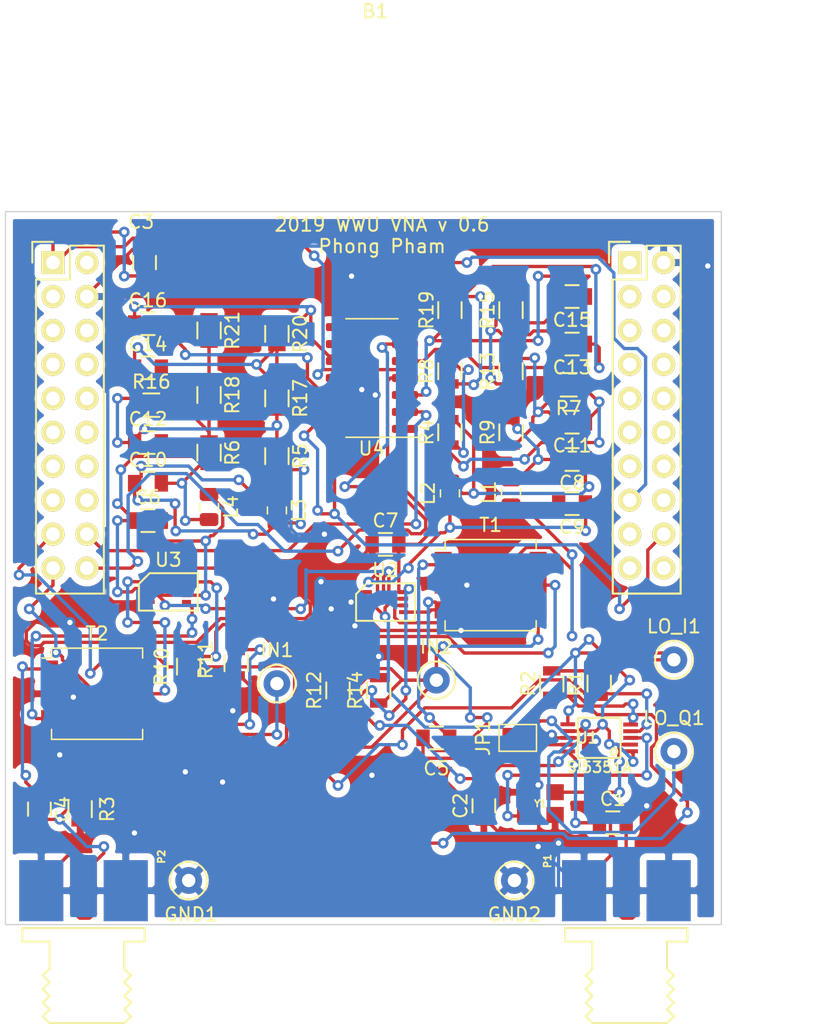
<source format=kicad_pcb>
(kicad_pcb (version 20171130) (host pcbnew 5.1.2-f72e74a~84~ubuntu18.04.1)
  (title_block (title "2019 Vector Network Analyzer Boosterpack") (date 2019-05-17) (rev 0.6) (company "Walla Walla University") (comment 1 "Modified Differential Version") (comment 2 "Phong Pham") (comment 3 "for Engineering Electronics"))
  (layers (0 F.Cu signal) (31 B.Cu signal) (34 B.Paste user) (35 F.Paste user) (36 B.SilkS user) (37 F.SilkS user) (38 B.Mask user) (39 F.Mask user) (44 Edge.Cuts user))
  (net 0 "")
  (net 1 "Net-(B1-PadP3.5)")
  (net 2 "Net-(B1-PadP5.2)")
  (net 3 "Net-(B1-PadP3.6)")
  (net 4 "Net-(B1-PadP3.7)")
  (net 5 GND)
  (net 6 "Net-(B1-PadP2.6)")
  (net 7 "Net-(B1-PadP2.5)")
  (net 8 "Net-(B1-PadP2.7)")
  (net 9 "Net-(B1-PadP2.4)")
  (net 10 "Net-(B1-PadP3.0)")
  (net 11 "Net-(B1-PadRST)")
  (net 12 "Net-(B1-PadP5.7)")
  (net 13 "Net-(B1-PadP5.6)")
  (net 14 "Net-(B1-PadP6.6)")
  (net 15 "Net-(B1-PadP1.7)")
  (net 16 "Net-(B1-PadP5.0)")
  (net 17 "Net-(B1-PadP1.6)")
  (net 18 "Net-(B1-PadP6.7)")
  (net 19 "Net-(B1-PadP5.1)")
  (net 20 "Net-(B1-PadP2.3)")
  (net 21 "Net-(B1-PadP5.5)")
  (net 22 /SDA)
  (net 23 "Net-(B1-PadP5.4)")
  (net 24 /SCL)
  (net 25 "Net-(B1-PadP4.7)")
  (net 26 "Net-(B1-PadP4.6)")
  (net 27 "Net-(B1-PadP4.5)")
  (net 28 "Net-(B1-PadP1.5)")
  (net 29 "Net-(B1-PadP4.4)")
  (net 30 "Net-(B1-PadP4.3)")
  (net 31 "Net-(B1-PadP4.2)")
  (net 32 "Net-(B1-PadP4.1)")
  (net 33 "Net-(B1-PadP4.0)")
  (net 34 "Net-(B1-PadP3.3)")
  (net 35 "Net-(B1-PadP6.1)")
  (net 36 "Net-(B1-PadP3.2)")
  (net 37 "Net-(B1-PadP6.0)")
  (net 38 "Net-(B1-Pad5V)")
  (net 39 +3V3)
  (net 40 /Ref_In)
  (net 41 "Net-(C1-Pad1)")
  (net 42 "Net-(C4-Pad2)")
  (net 43 /Test_In)
  (net 44 "Net-(C6-Pad2)")
  (net 45 "Net-(C6-Pad1)")
  (net 46 "Net-(C8-Pad2)")
  (net 47 "Net-(C8-Pad1)")
  (net 48 "Net-(C9-Pad2)")
  (net 49 "Net-(C9-Pad1)")
  (net 50 "Net-(C10-Pad2)")
  (net 51 "Net-(C10-Pad1)")
  (net 52 "Net-(C11-Pad2)")
  (net 53 "Net-(C11-Pad1)")
  (net 54 "Net-(C12-Pad2)")
  (net 55 "Net-(C12-Pad1)")
  (net 56 "Net-(C13-Pad2)")
  (net 57 "Net-(C13-Pad1)")
  (net 58 "Net-(C14-Pad2)")
  (net 59 "Net-(C14-Pad1)")
  (net 60 "Net-(C15-Pad2)")
  (net 61 "Net-(C15-Pad1)")
  (net 62 "Net-(C16-Pad2)")
  (net 63 "Net-(C16-Pad1)")
  (net 64 "Net-(JP1-Pad1)")
  (net 65 /LO_I)
  (net 66 "Net-(T1-Pad5)")
  (net 67 "Net-(T2-Pad5)")
  (net 68 "Net-(T2-Pad3)")
  (net 69 "Net-(U1-Pad3)")
  (net 70 "Net-(U1-Pad2)")
  (net 71 "Net-(C1-Pad2)")
  (net 72 "Net-(C5-Pad2)")
  (net 73 "Net-(IN1-Pad1)")
  (net 74 "Net-(IN2-Pad1)")
  (module SMA:TI_BoosterPack (layer F.Cu) (at 147.066 81.28)
    (fp_text reference B1 (at 0 -18.796) (layer F.SilkS))
    (fp_text value EXP-_MSP432P401R_BoosterPack)
    (pad P3.5 thru_hole oval (at 19.05 20.32) (size 1.7272 1.7272) (drill 1.016) (layers *.Cu *.Mask F.SilkS) (net 1 "Net-(B1-PadP3.5)"))
    (pad P5.2 thru_hole oval (at 21.59 20.32) (size 1.7272 1.7272) (drill 1.016) (layers *.Cu *.Mask F.SilkS) (net 2 "Net-(B1-PadP5.2)"))
    (pad P3.6 thru_hole oval (at 21.59 22.86) (size 1.7272 1.7272) (drill 1.016) (layers *.Cu *.Mask F.SilkS) (net 3 "Net-(B1-PadP3.6)"))
    (pad P3.7 thru_hole oval (at 19.05 22.86) (size 1.7272 1.7272) (drill 1.016) (layers *.Cu *.Mask F.SilkS) (net 4 "Net-(B1-PadP3.7)"))
    (pad GND thru_hole oval (at 21.59 0) (size 1.7272 1.7272) (drill 1.016) (layers *.Cu *.Mask F.SilkS) (net 5 GND))
    (pad P2.6 thru_hole oval (at 19.05 2.54) (size 1.7272 1.7272) (drill 1.016) (layers *.Cu *.Mask F.SilkS) (net 6 "Net-(B1-PadP2.6)"))
    (pad P2.5 thru_hole oval (at 21.59 2.54) (size 1.7272 1.7272) (drill 1.016) (layers *.Cu *.Mask F.SilkS) (net 7 "Net-(B1-PadP2.5)"))
    (pad P2.7 thru_hole rect (at 19.05 0) (size 1.7272 1.7272) (drill 1.016) (layers *.Cu *.Mask F.SilkS) (net 8 "Net-(B1-PadP2.7)"))
    (pad P2.4 thru_hole oval (at 19.05 5.08) (size 1.7272 1.7272) (drill 1.016) (layers *.Cu *.Mask F.SilkS) (net 9 "Net-(B1-PadP2.4)"))
    (pad P3.0 thru_hole oval (at 21.59 5.08) (size 1.7272 1.7272) (drill 1.016) (layers *.Cu *.Mask F.SilkS) (net 10 "Net-(B1-PadP3.0)"))
    (pad RST thru_hole oval (at 21.59 10.16) (size 1.7272 1.7272) (drill 1.016) (layers *.Cu *.Mask F.SilkS) (net 11 "Net-(B1-PadRST)"))
    (pad P5.7 thru_hole oval (at 21.59 7.62) (size 1.7272 1.7272) (drill 1.016) (layers *.Cu *.Mask F.SilkS) (net 12 "Net-(B1-PadP5.7)"))
    (pad P5.6 thru_hole oval (at 19.05 7.62) (size 1.7272 1.7272) (drill 1.016) (layers *.Cu *.Mask F.SilkS) (net 13 "Net-(B1-PadP5.6)"))
    (pad P6.6 thru_hole oval (at 19.05 10.16) (size 1.7272 1.7272) (drill 1.016) (layers *.Cu *.Mask F.SilkS) (net 14 "Net-(B1-PadP6.6)"))
    (pad P1.7 thru_hole oval (at 21.59 15.24) (size 1.7272 1.7272) (drill 1.016) (layers *.Cu *.Mask F.SilkS) (net 15 "Net-(B1-PadP1.7)"))
    (pad P5.0 thru_hole oval (at 21.59 17.78) (size 1.7272 1.7272) (drill 1.016) (layers *.Cu *.Mask F.SilkS) (net 16 "Net-(B1-PadP5.0)"))
    (pad P1.6 thru_hole oval (at 21.59 12.7) (size 1.7272 1.7272) (drill 1.016) (layers *.Cu *.Mask F.SilkS) (net 17 "Net-(B1-PadP1.6)"))
    (pad P6.7 thru_hole oval (at 19.05 12.7) (size 1.7272 1.7272) (drill 1.016) (layers *.Cu *.Mask F.SilkS) (net 18 "Net-(B1-PadP6.7)"))
    (pad P5.1 thru_hole oval (at 19.05 17.78) (size 1.7272 1.7272) (drill 1.016) (layers *.Cu *.Mask F.SilkS) (net 19 "Net-(B1-PadP5.1)"))
    (pad P2.3 thru_hole oval (at 19.05 15.24) (size 1.7272 1.7272) (drill 1.016) (layers *.Cu *.Mask F.SilkS) (net 20 "Net-(B1-PadP2.3)"))
    (pad P5.5 thru_hole oval (at -21.59 22.86) (size 1.7272 1.7272) (drill 1.016) (layers *.Cu *.Mask F.SilkS) (net 21 "Net-(B1-PadP5.5)"))
    (pad P6.4 thru_hole oval (at -24.13 22.86) (size 1.7272 1.7272) (drill 1.016) (layers *.Cu *.Mask F.SilkS) (net 22 /SDA))
    (pad P5.4 thru_hole oval (at -21.59 20.32) (size 1.7272 1.7272) (drill 1.016) (layers *.Cu *.Mask F.SilkS) (net 23 "Net-(B1-PadP5.4)"))
    (pad P6.5 thru_hole oval (at -24.13 20.32) (size 1.7272 1.7272) (drill 1.016) (layers *.Cu *.Mask F.SilkS) (net 24 /SCL))
    (pad P4.7 thru_hole oval (at -21.59 17.78) (size 1.7272 1.7272) (drill 1.016) (layers *.Cu *.Mask F.SilkS) (net 25 "Net-(B1-PadP4.7)"))
    (pad P4.6 thru_hole oval (at -24.13 17.78) (size 1.7272 1.7272) (drill 1.016) (layers *.Cu *.Mask F.SilkS) (net 26 "Net-(B1-PadP4.6)"))
    (pad P4.5 thru_hole oval (at -21.59 15.24) (size 1.7272 1.7272) (drill 1.016) (layers *.Cu *.Mask F.SilkS) (net 27 "Net-(B1-PadP4.5)"))
    (pad P1.5 thru_hole oval (at -24.13 15.24) (size 1.7272 1.7272) (drill 1.016) (layers *.Cu *.Mask F.SilkS) (net 28 "Net-(B1-PadP1.5)"))
    (pad P4.4 thru_hole oval (at -21.59 12.7) (size 1.7272 1.7272) (drill 1.016) (layers *.Cu *.Mask F.SilkS) (net 29 "Net-(B1-PadP4.4)"))
    (pad P4.3 thru_hole oval (at -24.13 12.7) (size 1.7272 1.7272) (drill 1.016) (layers *.Cu *.Mask F.SilkS) (net 30 "Net-(B1-PadP4.3)"))
    (pad P4.2 thru_hole oval (at -21.59 10.16) (size 1.7272 1.7272) (drill 1.016) (layers *.Cu *.Mask F.SilkS) (net 31 "Net-(B1-PadP4.2)"))
    (pad P4.1 thru_hole oval (at -24.13 10.16) (size 1.7272 1.7272) (drill 1.016) (layers *.Cu *.Mask F.SilkS) (net 32 "Net-(B1-PadP4.1)"))
    (pad P4.0 thru_hole oval (at -21.59 7.62) (size 1.7272 1.7272) (drill 1.016) (layers *.Cu *.Mask F.SilkS) (net 33 "Net-(B1-PadP4.0)"))
    (pad P3.3 thru_hole oval (at -24.13 7.62) (size 1.7272 1.7272) (drill 1.016) (layers *.Cu *.Mask F.SilkS) (net 34 "Net-(B1-PadP3.3)"))
    (pad P6.1 thru_hole oval (at -21.59 5.08) (size 1.7272 1.7272) (drill 1.016) (layers *.Cu *.Mask F.SilkS) (net 35 "Net-(B1-PadP6.1)"))
    (pad P3.2 thru_hole oval (at -24.13 5.08) (size 1.7272 1.7272) (drill 1.016) (layers *.Cu *.Mask F.SilkS) (net 36 "Net-(B1-PadP3.2)"))
    (pad GND1 thru_hole oval (at -21.59 2.54) (size 1.7272 1.7272) (drill 1.016) (layers *.Cu *.Mask F.SilkS) (net 5 GND))
    (pad P6.0 thru_hole oval (at -24.13 2.54) (size 1.7272 1.7272) (drill 1.016) (layers *.Cu *.Mask F.SilkS) (net 37 "Net-(B1-PadP6.0)"))
    (pad 5V thru_hole oval (at -21.59 0) (size 1.7272 1.7272) (drill 1.016) (layers *.Cu *.Mask F.SilkS) (net 38 "Net-(B1-Pad5V)"))
    (pad 3.3V thru_hole rect (at -24.13 0) (size 1.7272 1.7272) (drill 1.016) (layers *.Cu *.Mask F.SilkS) (net 39 +3V3))
  )
  (module EtherkitKicadLibrary:R_0805 (layer F.Cu) (at 147.32 113.284 90)
    (fp_text reference R14 (at 0 -1.75 90) (layer F.SilkS))
    (fp_text value 220K hide)
    (pad 2 smd rect (at 0.95 0 90) (size 0.7 1.3) (layers F.Cu F.Paste F.Mask) (net 5 GND))
    (pad 1 smd rect (at -0.95 0 90) (size 0.7 1.3) (layers F.Cu F.Paste F.Mask) (net 74 "Net-(IN2-Pad1)"))
  )
  (module EtherkitKicadLibrary:R_0805 (layer F.Cu) (at 144.272 113.284 90)
    (fp_text reference R12 (at 0 -1.778 90) (layer F.SilkS))
    (fp_text value 39K hide)
    (pad 2 smd rect (at 0.95 0 90) (size 0.7 1.3) (layers F.Cu F.Paste F.Mask) (net 74 "Net-(IN2-Pad1)"))
    (pad 1 smd rect (at -0.95 0 90) (size 0.7 1.3) (layers F.Cu F.Paste F.Mask) (net 39 +3V3))
  )
  (module TestPoint:TestPoint_Keystone_5000-5004_Miniature (layer F.Cu) (at 151.638 112.522)
    (fp_text reference IN2 (at 0 -2.5) (layer F.SilkS))
    (fp_text value IN)
    (pad 1 thru_hole circle (at 0 0) (size 2 2) (drill 1) (layers *.Cu *.Mask) (net 74 "Net-(IN2-Pad1)"))
  )
  (module EtherkitKicadLibrary:C_0805 (layer F.Cu) (at 147.828 102.362 180)
    (fp_text reference C7 (at 0 1.778) (layer F.SilkS))
    (fp_text value .1uf hide)
    (pad 2 smd rect (at 1 0 180) (size 1 1.25) (layers F.Cu F.Paste F.Mask) (net 5 GND))
    (pad 1 smd rect (at -1 0 180) (size 1 1.25) (layers F.Cu F.Paste F.Mask) (net 39 +3V3))
  )
  (module EtherkitKicadLibrary:C_0805 (layer F.Cu) (at 151.638 116.84)
    (fp_text reference C5 (at 0 2.286) (layer F.SilkS))
    (fp_text value 1.0uF hide)
    (pad 2 smd rect (at 1 0) (size 1 1.25) (layers F.Cu F.Paste F.Mask) (net 72 "Net-(C5-Pad2)"))
    (pad 1 smd rect (at -1 0) (size 1 1.25) (layers F.Cu F.Paste F.Mask) (net 40 /Ref_In))
  )
  (module Package_SO:SOIC-14_3.9x8.7mm_P1.27mm (layer F.Cu) (at 146.812 89.916 180)
    (fp_text reference U4 (at 0 -5.28) (layer F.SilkS))
    (fp_text value LM324)
    (pad 1 smd roundrect (at -2.475 -3.81 180) (size 1.95 0.6) (layers F.Cu F.Paste F.Mask) (net 23 "Net-(B1-PadP5.4)"))
    (pad 2 smd roundrect (at -2.475 -2.54 180) (size 1.95 0.6) (layers F.Cu F.Paste F.Mask) (net 23 "Net-(B1-PadP5.4)"))
    (pad 3 smd roundrect (at -2.475 -1.27 180) (size 1.95 0.6) (layers F.Cu F.Paste F.Mask) (net 61 "Net-(C15-Pad1)"))
    (pad 4 smd roundrect (at -2.475 0 180) (size 1.95 0.6) (layers F.Cu F.Paste F.Mask) (net 39 +3V3))
    (pad 5 smd roundrect (at -2.475 1.27 180) (size 1.95 0.6) (layers F.Cu F.Paste F.Mask) (net 60 "Net-(C15-Pad2)"))
    (pad 6 smd roundrect (at -2.475 2.54 180) (size 1.95 0.6) (layers F.Cu F.Paste F.Mask) (net 21 "Net-(B1-PadP5.5)"))
    (pad 7 smd roundrect (at -2.475 3.81 180) (size 1.95 0.6) (layers F.Cu F.Paste F.Mask) (net 21 "Net-(B1-PadP5.5)"))
    (pad 8 smd roundrect (at 2.475 3.81 180) (size 1.95 0.6) (layers F.Cu F.Paste F.Mask) (net 19 "Net-(B1-PadP5.1)"))
    (pad 9 smd roundrect (at 2.475 2.54 180) (size 1.95 0.6) (layers F.Cu F.Paste F.Mask) (net 19 "Net-(B1-PadP5.1)"))
    (pad 10 smd roundrect (at 2.475 1.27 180) (size 1.95 0.6) (layers F.Cu F.Paste F.Mask) (net 63 "Net-(C16-Pad1)"))
    (pad 11 smd roundrect (at 2.475 0 180) (size 1.95 0.6) (layers F.Cu F.Paste F.Mask) (net 5 GND))
    (pad 12 smd roundrect (at 2.475 -1.27 180) (size 1.95 0.6) (layers F.Cu F.Paste F.Mask) (net 62 "Net-(C16-Pad2)"))
    (pad 13 smd roundrect (at 2.475 -2.54 180) (size 1.95 0.6) (layers F.Cu F.Paste F.Mask) (net 2 "Net-(B1-PadP5.2)"))
    (pad 14 smd roundrect (at 2.475 -3.81 180) (size 1.95 0.6) (layers F.Cu F.Paste F.Mask) (net 2 "Net-(B1-PadP5.2)"))
  )
  (module SMA:CX3225 (layer F.Cu) (at 159.428 121.754 180)
    (fp_text reference Y1 (at 0 0) (layer F.SilkS) (effects (font (size 0.5 0.5) (thickness 0.125))))
    (fp_text value CX3225)
    (pad 4 smd rect (at -1.1 -0.85 180) (size 1.3 1.2) (layers F.Cu F.Paste F.Mask) (net 5 GND))
    (pad 1 smd rect (at -1.1 0.85 180) (size 1.3 1.2) (layers F.Cu F.Paste F.Mask) (net 70 "Net-(U1-Pad2)"))
    (pad 3 smd rect (at 1.1 -0.85 180) (size 1.3 1.2) (layers F.Cu F.Paste F.Mask) (net 69 "Net-(U1-Pad3)"))
    (pad 2 smd rect (at 1.1 0.85 180) (size 1.3 1.2) (layers F.Cu F.Paste F.Mask) (net 5 GND))
  )
  (module SMA:VFSOP-8 (layer F.Cu) (at 131.572 105.918 270)
    (fp_text reference U3 (at -2.4 0) (layer F.SilkS))
    (fp_text value NL7WB66)
    (pad 8 smd rect (at -0.75 -1.36 270) (size 0.3 0.68) (layers F.Cu F.Paste F.Mask) (net 39 +3V3))
    (pad 1 smd rect (at -0.75 1.36 270) (size 0.3 0.68) (layers F.Cu F.Paste F.Mask) (net 67 "Net-(T2-Pad5)"))
    (pad 7 smd rect (at -0.25 -1.36 270) (size 0.3 0.68) (layers F.Cu F.Paste F.Mask) (net 65 /LO_I))
    (pad 2 smd rect (at -0.25 1.36 270) (size 0.3 0.68) (layers F.Cu F.Paste F.Mask) (net 45 "Net-(C6-Pad1)"))
    (pad 6 smd rect (at 0.25 -1.36 270) (size 0.3 0.68) (layers F.Cu F.Paste F.Mask) (net 44 "Net-(C6-Pad2)"))
    (pad 3 smd rect (at 0.25 1.36 270) (size 0.3 0.68) (layers F.Cu F.Paste F.Mask) (net 65 /LO_I))
    (pad 5 smd rect (at 0.75 -1.36 270) (size 0.3 0.68) (layers F.Cu F.Paste F.Mask) (net 68 "Net-(T2-Pad3)"))
    (pad 4 smd rect (at 0.75 1.36 270) (size 0.3 0.68) (layers F.Cu F.Paste F.Mask) (net 5 GND))
  )
  (module SMA:VFSOP-8 (layer F.Cu) (at 147.828 106.68 270)
    (fp_text reference U2 (at -2.4 0) (layer F.SilkS))
    (fp_text value NL7WB66)
    (pad 4 smd rect (at 0.75 1.36 270) (size 0.3 0.68) (layers F.Cu F.Paste F.Mask) (net 5 GND))
    (pad 5 smd rect (at 0.75 -1.36 270) (size 0.3 0.68) (layers F.Cu F.Paste F.Mask) (net 40 /Ref_In))
    (pad 3 smd rect (at 0.25 1.36 270) (size 0.3 0.68) (layers F.Cu F.Paste F.Mask) (net 65 /LO_I))
    (pad 6 smd rect (at 0.25 -1.36 270) (size 0.3 0.68) (layers F.Cu F.Paste F.Mask) (net 48 "Net-(C9-Pad2)"))
    (pad 2 smd rect (at -0.25 1.36 270) (size 0.3 0.68) (layers F.Cu F.Paste F.Mask) (net 49 "Net-(C9-Pad1)"))
    (pad 7 smd rect (at -0.25 -1.36 270) (size 0.3 0.68) (layers F.Cu F.Paste F.Mask) (net 65 /LO_I))
    (pad 1 smd rect (at -0.75 1.36 270) (size 0.3 0.68) (layers F.Cu F.Paste F.Mask) (net 66 "Net-(T1-Pad5)"))
    (pad 8 smd rect (at -0.75 -1.36 270) (size 0.3 0.68) (layers F.Cu F.Paste F.Mask) (net 39 +3V3))
  )
  (module EtherkitKicadLibrary:MSOP-10 (layer F.Cu) (at 163.83 116.84 90)
    (fp_text reference U1 (at 0 -0.9) (layer F.SilkS) (effects (font (size 0.8 0.8))))
    (fp_text value SI5351A (at -2.2 0) (layer F.SilkS) (effects (font (size 0.8 0.8))))
    (pad 1 smd rect (at -1 2.35 90) (size 0.3 1.1) (layers F.Cu F.Paste F.Mask) (net 39 +3V3))
    (pad 2 smd rect (at -0.5 2.35 90) (size 0.3 1.1) (layers F.Cu F.Paste F.Mask) (net 70 "Net-(U1-Pad2)"))
    (pad 3 smd rect (at 0 2.35 90) (size 0.3 1.1) (layers F.Cu F.Paste F.Mask) (net 69 "Net-(U1-Pad3)"))
    (pad 4 smd rect (at 0.5 2.35 90) (size 0.3 1.1) (layers F.Cu F.Paste F.Mask) (net 24 /SCL))
    (pad 5 smd rect (at 1 2.35 90) (size 0.3 1.1) (layers F.Cu F.Paste F.Mask) (net 22 /SDA))
    (pad 6 smd rect (at 1.016 -2.35 90) (size 0.3 1.1) (layers F.Cu F.Paste F.Mask) (net 65 /LO_I))
    (pad 7 smd rect (at 0.508 -2.35 90) (size 0.3 1.1) (layers F.Cu F.Paste F.Mask) (net 39 +3V3))
    (pad 8 smd rect (at 0 -2.35 90) (size 0.3 1.1) (layers F.Cu F.Paste F.Mask) (net 5 GND))
    (pad 9 smd rect (at -0.508 -2.35 90) (size 0.3 1.1) (layers F.Cu F.Paste F.Mask) (net 64 "Net-(JP1-Pad1)"))
    (pad 10 smd rect (at -1.016 -2.35 90) (size 0.3 1.1) (layers F.Cu F.Paste F.Mask) (net 71 "Net-(C1-Pad2)"))
  )
  (module Transformer_SMD:Pulse_P0926NL (layer F.Cu) (at 126.238 113.538)
    (fp_text reference T2 (at 0 -4.5) (layer F.SilkS))
    (fp_text value Transformer_1P_SS)
    (pad 6 smd rect (at 3.555 -1.855) (size 1.27 1.27) (layers F.Cu F.Paste F.Mask))
    (pad 5 smd rect (at 3.555 0) (size 1.27 1.27) (layers F.Cu F.Paste F.Mask) (net 67 "Net-(T2-Pad5)"))
    (pad 4 smd rect (at 3.555 1.855) (size 1.27 1.27) (layers F.Cu F.Paste F.Mask) (net 73 "Net-(IN1-Pad1)"))
    (pad 3 smd rect (at -3.555 1.855) (size 1.27 1.27) (layers F.Cu F.Paste F.Mask) (net 68 "Net-(T2-Pad3)"))
    (pad 2 smd rect (at -3.555 0) (size 1.27 1.27) (layers F.Cu F.Paste F.Mask) (net 5 GND))
    (pad 1 smd rect (at -3.555 -1.855) (size 1.27 1.27) (layers F.Cu F.Paste F.Mask) (net 43 /Test_In))
  )
  (module Transformer_SMD:Pulse_P0926NL (layer F.Cu) (at 155.702 105.41)
    (fp_text reference T1 (at 0 -4.5) (layer F.SilkS))
    (fp_text value Transformer_1P_SS)
    (pad 6 smd rect (at 3.555 -1.855) (size 1.27 1.27) (layers F.Cu F.Paste F.Mask))
    (pad 5 smd rect (at 3.555 0) (size 1.27 1.27) (layers F.Cu F.Paste F.Mask) (net 66 "Net-(T1-Pad5)"))
    (pad 4 smd rect (at 3.555 1.855) (size 1.27 1.27) (layers F.Cu F.Paste F.Mask) (net 74 "Net-(IN2-Pad1)"))
    (pad 3 smd rect (at -3.555 1.855) (size 1.27 1.27) (layers F.Cu F.Paste F.Mask) (net 40 /Ref_In))
    (pad 2 smd rect (at -3.555 0) (size 1.27 1.27) (layers F.Cu F.Paste F.Mask) (net 5 GND))
    (pad 1 smd rect (at -3.555 -1.855) (size 1.27 1.27) (layers F.Cu F.Paste F.Mask) (net 72 "Net-(C5-Pad2)"))
  )
  (module EtherkitKicadLibrary:R_0805 (layer F.Cu) (at 134.62 86.36 270)
    (fp_text reference R21 (at 0 -1.75 90) (layer F.SilkS))
    (fp_text value 510k hide)
    (pad 1 smd rect (at -0.95 0 270) (size 0.7 1.3) (layers F.Cu F.Paste F.Mask) (net 62 "Net-(C16-Pad2)"))
    (pad 2 smd rect (at 0.95 0 270) (size 0.7 1.3) (layers F.Cu F.Paste F.Mask) (net 58 "Net-(C14-Pad2)"))
  )
  (module EtherkitKicadLibrary:R_0805 (layer F.Cu) (at 139.7 86.614 270)
    (fp_text reference R20 (at 0 -1.75 90) (layer F.SilkS))
    (fp_text value 510k hide)
    (pad 1 smd rect (at -0.95 0 270) (size 0.7 1.3) (layers F.Cu F.Paste F.Mask) (net 63 "Net-(C16-Pad1)"))
    (pad 2 smd rect (at 0.95 0 270) (size 0.7 1.3) (layers F.Cu F.Paste F.Mask) (net 59 "Net-(C14-Pad1)"))
  )
  (module EtherkitKicadLibrary:R_0805 (layer F.Cu) (at 152.654 84.836 90)
    (fp_text reference R19 (at 0 -1.75 90) (layer F.SilkS))
    (fp_text value 510k hide)
    (pad 1 smd rect (at -0.95 0 90) (size 0.7 1.3) (layers F.Cu F.Paste F.Mask) (net 61 "Net-(C15-Pad1)"))
    (pad 2 smd rect (at 0.95 0 90) (size 0.7 1.3) (layers F.Cu F.Paste F.Mask) (net 57 "Net-(C13-Pad1)"))
  )
  (module EtherkitKicadLibrary:R_0805 (layer F.Cu) (at 134.62 91.186 270)
    (fp_text reference R18 (at 0 -1.75 90) (layer F.SilkS))
    (fp_text value 27k hide)
    (pad 1 smd rect (at -0.95 0 270) (size 0.7 1.3) (layers F.Cu F.Paste F.Mask) (net 58 "Net-(C14-Pad2)"))
    (pad 2 smd rect (at 0.95 0 270) (size 0.7 1.3) (layers F.Cu F.Paste F.Mask) (net 54 "Net-(C12-Pad2)"))
  )
  (module EtherkitKicadLibrary:R_0805 (layer F.Cu) (at 139.7 91.44 270)
    (fp_text reference R17 (at 0 -1.75 90) (layer F.SilkS))
    (fp_text value 27k hide)
    (pad 1 smd rect (at -0.95 0 270) (size 0.7 1.3) (layers F.Cu F.Paste F.Mask) (net 59 "Net-(C14-Pad1)"))
    (pad 2 smd rect (at 0.95 0 270) (size 0.7 1.3) (layers F.Cu F.Paste F.Mask) (net 55 "Net-(C12-Pad1)"))
  )
  (module EtherkitKicadLibrary:R_0805 (layer F.Cu) (at 130.302 91.948)
    (fp_text reference R16 (at 0 -1.75) (layer F.SilkS))
    (fp_text value 30k hide)
    (pad 1 smd rect (at -0.95 0) (size 0.7 1.3) (layers F.Cu F.Paste F.Mask) (net 55 "Net-(C12-Pad1)"))
    (pad 2 smd rect (at 0.95 0) (size 0.7 1.3) (layers F.Cu F.Paste F.Mask) (net 54 "Net-(C12-Pad2)"))
  )
  (module EtherkitKicadLibrary:R_0805 (layer F.Cu) (at 157.226 84.836 90)
    (fp_text reference R15 (at 0 -1.75 90) (layer F.SilkS))
    (fp_text value 510k hide)
    (pad 1 smd rect (at -0.95 0 90) (size 0.7 1.3) (layers F.Cu F.Paste F.Mask) (net 60 "Net-(C15-Pad2)"))
    (pad 2 smd rect (at 0.95 0 90) (size 0.7 1.3) (layers F.Cu F.Paste F.Mask) (net 56 "Net-(C13-Pad2)"))
  )
  (module EtherkitKicadLibrary:R_0805 (layer F.Cu) (at 157.226 89.408 90)
    (fp_text reference R13 (at 0 -1.75 90) (layer F.SilkS))
    (fp_text value 27k hide)
    (pad 1 smd rect (at -0.95 0 90) (size 0.7 1.3) (layers F.Cu F.Paste F.Mask) (net 56 "Net-(C13-Pad2)"))
    (pad 2 smd rect (at 0.95 0 90) (size 0.7 1.3) (layers F.Cu F.Paste F.Mask) (net 52 "Net-(C11-Pad2)"))
  )
  (module EtherkitKicadLibrary:R_0805 (layer F.Cu) (at 136.652 111.252 270)
    (fp_text reference R11 (at -0.254 2.286 90) (layer F.SilkS))
    (fp_text value 220K hide)
    (pad 1 smd rect (at -0.95 0 270) (size 0.7 1.3) (layers F.Cu F.Paste F.Mask) (net 73 "Net-(IN1-Pad1)"))
    (pad 2 smd rect (at 0.95 0 270) (size 0.7 1.3) (layers F.Cu F.Paste F.Mask) (net 5 GND))
  )
  (module EtherkitKicadLibrary:R_0805 (layer F.Cu) (at 133.096 111.506 270)
    (fp_text reference R10 (at 0 2.032 90) (layer F.SilkS))
    (fp_text value 39K hide)
    (pad 1 smd rect (at -0.95 0 270) (size 0.7 1.3) (layers F.Cu F.Paste F.Mask) (net 39 +3V3))
    (pad 2 smd rect (at 0.95 0 270) (size 0.7 1.3) (layers F.Cu F.Paste F.Mask) (net 73 "Net-(IN1-Pad1)"))
  )
  (module EtherkitKicadLibrary:R_0805 (layer F.Cu) (at 157.226 93.98 90)
    (fp_text reference R9 (at 0 -1.75 90) (layer F.SilkS))
    (fp_text value 5.1k hide)
    (pad 1 smd rect (at -0.95 0 90) (size 0.7 1.3) (layers F.Cu F.Paste F.Mask) (net 52 "Net-(C11-Pad2)"))
    (pad 2 smd rect (at 0.95 0 90) (size 0.7 1.3) (layers F.Cu F.Paste F.Mask) (net 46 "Net-(C8-Pad2)"))
  )
  (module EtherkitKicadLibrary:R_0805 (layer F.Cu) (at 152.654 89.408 90)
    (fp_text reference R8 (at 0 -1.75 90) (layer F.SilkS))
    (fp_text value 27k hide)
    (pad 1 smd rect (at -0.95 0 90) (size 0.7 1.3) (layers F.Cu F.Paste F.Mask) (net 57 "Net-(C13-Pad1)"))
    (pad 2 smd rect (at 0.95 0 90) (size 0.7 1.3) (layers F.Cu F.Paste F.Mask) (net 53 "Net-(C11-Pad1)"))
  )
  (module EtherkitKicadLibrary:R_0805 (layer F.Cu) (at 161.544 90.424 180)
    (fp_text reference R7 (at 0 -1.75) (layer F.SilkS))
    (fp_text value 30k hide)
    (pad 1 smd rect (at -0.95 0 180) (size 0.7 1.3) (layers F.Cu F.Paste F.Mask) (net 53 "Net-(C11-Pad1)"))
    (pad 2 smd rect (at 0.95 0 180) (size 0.7 1.3) (layers F.Cu F.Paste F.Mask) (net 52 "Net-(C11-Pad2)"))
  )
  (module EtherkitKicadLibrary:R_0805 (layer F.Cu) (at 134.62 95.504 270)
    (fp_text reference R6 (at 0 -1.75 90) (layer F.SilkS))
    (fp_text value 5.1k hide)
    (pad 1 smd rect (at -0.95 0 270) (size 0.7 1.3) (layers F.Cu F.Paste F.Mask) (net 54 "Net-(C12-Pad2)"))
    (pad 2 smd rect (at 0.95 0 270) (size 0.7 1.3) (layers F.Cu F.Paste F.Mask) (net 50 "Net-(C10-Pad2)"))
  )
  (module EtherkitKicadLibrary:R_0805 (layer F.Cu) (at 139.7 95.758 270)
    (fp_text reference R5 (at 0 -1.75 90) (layer F.SilkS))
    (fp_text value 5.1k hide)
    (pad 1 smd rect (at -0.95 0 270) (size 0.7 1.3) (layers F.Cu F.Paste F.Mask) (net 55 "Net-(C12-Pad1)"))
    (pad 2 smd rect (at 0.95 0 270) (size 0.7 1.3) (layers F.Cu F.Paste F.Mask) (net 51 "Net-(C10-Pad1)"))
  )
  (module EtherkitKicadLibrary:R_0805 (layer F.Cu) (at 152.654 93.98 90)
    (fp_text reference R4 (at 0 -1.75 90) (layer F.SilkS))
    (fp_text value 5.1k hide)
    (pad 1 smd rect (at -0.95 0 90) (size 0.7 1.3) (layers F.Cu F.Paste F.Mask) (net 53 "Net-(C11-Pad1)"))
    (pad 2 smd rect (at 0.95 0 90) (size 0.7 1.3) (layers F.Cu F.Paste F.Mask) (net 47 "Net-(C8-Pad1)"))
  )
  (module EtherkitKicadLibrary:R_0805 (layer F.Cu) (at 124.968 122.174 270)
    (fp_text reference R3 (at 0 -2.032 90) (layer F.SilkS))
    (fp_text value 56 hide)
    (pad 1 smd rect (at -0.95 0 270) (size 0.7 1.3) (layers F.Cu F.Paste F.Mask) (net 42 "Net-(C4-Pad2)"))
    (pad 2 smd rect (at 0.95 0 270) (size 0.7 1.3) (layers F.Cu F.Paste F.Mask) (net 5 GND))
  )
  (module EtherkitKicadLibrary:R_0805 (layer F.Cu) (at 160.274 112.776 90)
    (fp_text reference R2 (at 0 -1.75 90) (layer F.SilkS))
    (fp_text value 4.7k hide)
    (pad 1 smd rect (at -0.95 0 90) (size 0.7 1.3) (layers F.Cu F.Paste F.Mask) (net 22 /SDA))
    (pad 2 smd rect (at 0.95 0 90) (size 0.7 1.3) (layers F.Cu F.Paste F.Mask) (net 39 +3V3))
  )
  (module EtherkitKicadLibrary:R_0805 (layer F.Cu) (at 163.83 112.776 90)
    (fp_text reference R1 (at 0 -1.75 90) (layer F.SilkS))
    (fp_text value 4.7k hide)
    (pad 1 smd rect (at -0.95 0 90) (size 0.7 1.3) (layers F.Cu F.Paste F.Mask) (net 24 /SCL))
    (pad 2 smd rect (at 0.95 0 90) (size 0.7 1.3) (layers F.Cu F.Paste F.Mask) (net 39 +3V3))
  )
  (module SMA:SMA_EDGE (layer F.Cu) (at 125.222 137.16 270)
    (fp_text reference P2 (at -11.43 -5.842 270) (layer F.SilkS) (effects (font (size 0.524 0.524) (thickness 0.131))))
    (fp_text value Input hide)
    (pad 2 connect rect (at -8.89 3.16484 270) (size 4.572 3.302) (layers F.Cu F.Mask) (net 5 GND))
    (pad 2 connect rect (at -8.89 -3.16484 270) (size 4.572 3.302) (layers B.Cu B.Mask) (net 5 GND))
    (pad 1 connect rect (at -9.144 0 270) (size 4.07162 1.99898) (layers F.Cu F.Mask) (net 42 "Net-(C4-Pad2)"))
    (pad 2 connect rect (at -8.89 3.16484 270) (size 4.572 3.302) (layers B.Cu B.Mask) (net 5 GND))
    (pad 1 connect trapezoid (at -6.958 -0.08 270) (size 0.50038 1.39954) (rect_delta 0.59944 0) (layers F.Cu F.Mask) (net 42 "Net-(C4-Pad2)"))
    (pad 2 connect rect (at -8.89 -3.16484 270) (size 4.572 3.302) (layers F.Cu F.Mask) (net 5 GND))
  )
  (module SMA:SMA_EDGE (layer F.Cu) (at 165.862 137.16 270)
    (fp_text reference P1 (at -11.1 5.9 90) (layer F.SilkS) (effects (font (size 0.524 0.524) (thickness 0.131))))
    (fp_text value Output hide)
    (pad 2 connect rect (at -8.89 3.16484 270) (size 4.572 3.302) (layers F.Cu F.Mask) (net 5 GND))
    (pad 2 connect rect (at -8.89 -3.16484 270) (size 4.572 3.302) (layers B.Cu B.Mask) (net 5 GND))
    (pad 1 connect rect (at -9.144 0 270) (size 4.07162 1.99898) (layers F.Cu F.Mask) (net 41 "Net-(C1-Pad1)"))
    (pad 2 connect rect (at -8.89 3.16484 270) (size 4.572 3.302) (layers B.Cu B.Mask) (net 5 GND))
    (pad 1 connect trapezoid (at -6.958 -0.08 270) (size 0.50038 1.39954) (rect_delta 0.59944 0) (layers F.Cu F.Mask) (net 41 "Net-(C1-Pad1)"))
    (pad 2 connect rect (at -8.89 -3.16484 270) (size 4.572 3.302) (layers F.Cu F.Mask) (net 5 GND))
  )
  (module TestPoint:TestPoint_Keystone_5000-5004_Miniature (layer F.Cu) (at 169.418 117.856)
    (fp_text reference LO_Q1 (at 0 -2.5) (layer F.SilkS))
    (fp_text value LO_Q)
    (pad 1 thru_hole circle (at 0 0) (size 2 2) (drill 1) (layers *.Cu *.Mask) (net 64 "Net-(JP1-Pad1)"))
  )
  (module TestPoint:TestPoint_Keystone_5000-5004_Miniature (layer F.Cu) (at 169.418 110.998)
    (fp_text reference LO_I1 (at 0 -2.5) (layer F.SilkS))
    (fp_text value LO_I)
    (pad 1 thru_hole circle (at 0 0) (size 2 2) (drill 1) (layers *.Cu *.Mask) (net 65 /LO_I))
  )
  (module Inductor_SMD:L_0805_2012Metric (layer F.Cu) (at 134.62 99.568 270)
    (fp_text reference L4 (at 0 -1.65 90) (layer F.SilkS))
    (fp_text value 50uH)
    (pad 1 smd roundrect (at -0.9375 0 270) (size 0.975 1.4) (layers F.Cu F.Paste F.Mask) (net 44 "Net-(C6-Pad2)"))
    (pad 2 smd roundrect (at 0.9375 0 270) (size 0.975 1.4) (layers F.Cu F.Paste F.Mask) (net 50 "Net-(C10-Pad2)"))
  )
  (module Inductor_SMD:L_0805_2012Metric (layer F.Cu) (at 139.7 99.822 270)
    (fp_text reference L3 (at 0 -1.65 90) (layer F.SilkS))
    (fp_text value 50uH)
    (pad 1 smd roundrect (at -0.9375 0 270) (size 0.975 1.4) (layers F.Cu F.Paste F.Mask) (net 45 "Net-(C6-Pad1)"))
    (pad 2 smd roundrect (at 0.9375 0 270) (size 0.975 1.4) (layers F.Cu F.Paste F.Mask) (net 51 "Net-(C10-Pad1)"))
  )
  (module Inductor_SMD:L_0805_2012Metric (layer F.Cu) (at 152.654 98.552 90)
    (fp_text reference L2 (at 0 -1.65 90) (layer F.SilkS))
    (fp_text value 50uH)
    (pad 1 smd roundrect (at -0.9375 0 90) (size 0.975 1.4) (layers F.Cu F.Paste F.Mask) (net 49 "Net-(C9-Pad1)"))
    (pad 2 smd roundrect (at 0.9375 0 90) (size 0.975 1.4) (layers F.Cu F.Paste F.Mask) (net 47 "Net-(C8-Pad1)"))
  )
  (module Inductor_SMD:L_0805_2012Metric (layer F.Cu) (at 157.226 98.4735 90)
    (fp_text reference L1 (at 0 -1.65 90) (layer F.SilkS))
    (fp_text value 50uH)
    (pad 1 smd roundrect (at -0.9375 0 90) (size 0.975 1.4) (layers F.Cu F.Paste F.Mask) (net 48 "Net-(C9-Pad2)"))
    (pad 2 smd roundrect (at 0.9375 0 90) (size 0.975 1.4) (layers F.Cu F.Paste F.Mask) (net 46 "Net-(C8-Pad2)"))
  )
  (module Jumper:SolderJumper-2_P1.3mm_Bridged2Bar_Pad1.0x1.5mm (layer F.Cu) (at 157.734 116.84 180)
    (fp_text reference JP1 (at 2.6 0 270) (layer F.SilkS))
    (fp_text value Jumper)
    (fp_poly (pts (xy -0.25 0.2) (xy 0.25 0.2) (xy 0.25 0.6) (xy -0.25 0.6)) (layer F.Cu) (width 0))
    (fp_poly (pts (xy -0.25 -0.6) (xy 0.25 -0.6) (xy 0.25 -0.2) (xy -0.25 -0.2)) (layer F.Cu) (width 0))
    (pad 1 smd rect (at -0.65 0 180) (size 1 1.5) (layers F.Cu F.Mask) (net 64 "Net-(JP1-Pad1)"))
    (pad 2 smd rect (at 0.65 0 180) (size 1 1.5) (layers F.Cu F.Mask) (net 40 /Ref_In))
  )
  (module TestPoint:TestPoint_Keystone_5000-5004_Miniature (layer F.Cu) (at 139.7 112.776)
    (fp_text reference IN1 (at 0 -2.5) (layer F.SilkS))
    (fp_text value IN)
    (pad 1 thru_hole circle (at 0 0) (size 2 2) (drill 1) (layers *.Cu *.Mask) (net 73 "Net-(IN1-Pad1)"))
  )
  (module TestPoint:TestPoint_Keystone_5000-5004_Miniature (layer F.Cu) (at 157.48 127.508)
    (fp_text reference GND2 (at 0 2.54) (layer F.SilkS))
    (fp_text value TEST)
    (pad 1 thru_hole circle (at 0 0) (size 2 2) (drill 1) (layers *.Cu *.Mask) (net 5 GND))
  )
  (module TestPoint:TestPoint_Keystone_5000-5004_Miniature (layer F.Cu) (at 133.096 127.508)
    (fp_text reference GND1 (at 0.172 2.54) (layer F.SilkS))
    (fp_text value TEST)
    (pad 1 thru_hole circle (at 0 0) (size 2 2) (drill 1) (layers *.Cu *.Mask) (net 5 GND))
  )
  (module EtherkitKicadLibrary:C_0805 (layer F.Cu) (at 130.048 85.852)
    (fp_text reference C16 (at 0 -1.75) (layer F.SilkS))
    (fp_text value 1nF hide)
    (pad 1 smd rect (at -1 0) (size 1 1.25) (layers F.Cu F.Paste F.Mask) (net 63 "Net-(C16-Pad1)"))
    (pad 2 smd rect (at 1 0) (size 1 1.25) (layers F.Cu F.Paste F.Mask) (net 62 "Net-(C16-Pad2)"))
  )
  (module EtherkitKicadLibrary:C_0805 (layer F.Cu) (at 161.798 83.82 180)
    (fp_text reference C15 (at 0 -1.75) (layer F.SilkS))
    (fp_text value 1nF hide)
    (pad 1 smd rect (at -1 0 180) (size 1 1.25) (layers F.Cu F.Paste F.Mask) (net 61 "Net-(C15-Pad1)"))
    (pad 2 smd rect (at 1 0 180) (size 1 1.25) (layers F.Cu F.Paste F.Mask) (net 60 "Net-(C15-Pad2)"))
  )
  (module EtherkitKicadLibrary:C_0805 (layer F.Cu) (at 130.048 89.154)
    (fp_text reference C14 (at 0 -1.75) (layer F.SilkS))
    (fp_text value 1nF hide)
    (pad 1 smd rect (at -1 0) (size 1 1.25) (layers F.Cu F.Paste F.Mask) (net 59 "Net-(C14-Pad1)"))
    (pad 2 smd rect (at 1 0) (size 1 1.25) (layers F.Cu F.Paste F.Mask) (net 58 "Net-(C14-Pad2)"))
  )
  (module EtherkitKicadLibrary:C_0805 (layer F.Cu) (at 161.798 87.376 180)
    (fp_text reference C13 (at 0 -1.75) (layer F.SilkS))
    (fp_text value 1nF hide)
    (pad 1 smd rect (at -1 0 180) (size 1 1.25) (layers F.Cu F.Paste F.Mask) (net 57 "Net-(C13-Pad1)"))
    (pad 2 smd rect (at 1 0 180) (size 1 1.25) (layers F.Cu F.Paste F.Mask) (net 56 "Net-(C13-Pad2)"))
  )
  (module EtherkitKicadLibrary:C_0805 (layer F.Cu) (at 130.048 94.742)
    (fp_text reference C12 (at 0 -1.75) (layer F.SilkS))
    (fp_text value 10nF hide)
    (pad 1 smd rect (at -1 0) (size 1 1.25) (layers F.Cu F.Paste F.Mask) (net 55 "Net-(C12-Pad1)"))
    (pad 2 smd rect (at 1 0) (size 1 1.25) (layers F.Cu F.Paste F.Mask) (net 54 "Net-(C12-Pad2)"))
  )
  (module EtherkitKicadLibrary:C_0805 (layer F.Cu) (at 161.798 93.218 180)
    (fp_text reference C11 (at 0 -1.75) (layer F.SilkS))
    (fp_text value 10nF hide)
    (pad 1 smd rect (at -1 0 180) (size 1 1.25) (layers F.Cu F.Paste F.Mask) (net 53 "Net-(C11-Pad1)"))
    (pad 2 smd rect (at 1 0 180) (size 1 1.25) (layers F.Cu F.Paste F.Mask) (net 52 "Net-(C11-Pad2)"))
  )
  (module EtherkitKicadLibrary:C_0805 (layer F.Cu) (at 130.048 97.79)
    (fp_text reference C10 (at 0 -1.75) (layer F.SilkS))
    (fp_text value 680nF hide)
    (pad 1 smd rect (at -1 0) (size 1 1.25) (layers F.Cu F.Paste F.Mask) (net 51 "Net-(C10-Pad1)"))
    (pad 2 smd rect (at 1 0) (size 1 1.25) (layers F.Cu F.Paste F.Mask) (net 50 "Net-(C10-Pad2)"))
  )
  (module EtherkitKicadLibrary:C_0805 (layer F.Cu) (at 161.798 99.314 180)
    (fp_text reference C9 (at 0 -1.75) (layer F.SilkS))
    (fp_text value .005uF hide)
    (pad 1 smd rect (at -1 0 180) (size 1 1.25) (layers F.Cu F.Paste F.Mask) (net 49 "Net-(C9-Pad1)"))
    (pad 2 smd rect (at 1 0 180) (size 1 1.25) (layers F.Cu F.Paste F.Mask) (net 48 "Net-(C9-Pad2)"))
  )
  (module EtherkitKicadLibrary:C_0805 (layer F.Cu) (at 161.798 96.012 180)
    (fp_text reference C8 (at 0 -1.74) (layer F.SilkS))
    (fp_text value 680nF hide)
    (pad 1 smd rect (at -1 0 180) (size 1 1.25) (layers F.Cu F.Paste F.Mask) (net 47 "Net-(C8-Pad1)"))
    (pad 2 smd rect (at 1 0 180) (size 1 1.25) (layers F.Cu F.Paste F.Mask) (net 46 "Net-(C8-Pad2)"))
  )
  (module EtherkitKicadLibrary:C_0805 (layer F.Cu) (at 130.048 100.584)
    (fp_text reference C6 (at 0 -1.75) (layer F.SilkS))
    (fp_text value .005uF hide)
    (pad 1 smd rect (at -1 0) (size 1 1.25) (layers F.Cu F.Paste F.Mask) (net 45 "Net-(C6-Pad1)"))
    (pad 2 smd rect (at 1 0) (size 1 1.25) (layers F.Cu F.Paste F.Mask) (net 44 "Net-(C6-Pad2)"))
  )
  (module EtherkitKicadLibrary:C_0805 (layer F.Cu) (at 121.92 122.174 270)
    (fp_text reference C4 (at 0 -1.75 90) (layer F.SilkS))
    (fp_text value 1.0uF hide)
    (pad 1 smd rect (at -1 0 270) (size 1 1.25) (layers F.Cu F.Paste F.Mask) (net 43 /Test_In))
    (pad 2 smd rect (at 1 0 270) (size 1 1.25) (layers F.Cu F.Paste F.Mask) (net 42 "Net-(C4-Pad2)"))
  )
  (module EtherkitKicadLibrary:C_0805 (layer F.Cu) (at 129.794 81.28 90)
    (fp_text reference C3 (at 3.048 -0.254 180) (layer F.SilkS))
    (fp_text value 10uF hide)
    (pad 2 smd rect (at 1 0 90) (size 1 1.25) (layers F.Cu F.Paste F.Mask) (net 5 GND))
    (pad 1 smd rect (at -1 0 90) (size 1 1.25) (layers F.Cu F.Paste F.Mask) (net 39 +3V3))
  )
  (module EtherkitKicadLibrary:C_0805 (layer F.Cu) (at 155.194 121.92 90)
    (fp_text reference C2 (at 0 -1.75 90) (layer F.SilkS))
    (fp_text value .1uf hide)
    (pad 1 smd rect (at -1 0 90) (size 1 1.25) (layers F.Cu F.Paste F.Mask) (net 5 GND))
    (pad 2 smd rect (at 1 0 90) (size 1 1.25) (layers F.Cu F.Paste F.Mask) (net 39 +3V3))
  )
  (module EtherkitKicadLibrary:C_0805 (layer F.Cu) (at 164.846 123.19 180)
    (fp_text reference C1 (at 0 1.778 180) (layer F.SilkS))
    (fp_text value 1.0uF hide)
    (pad 1 smd rect (at -1 0 180) (size 1 1.25) (layers F.Cu F.Paste F.Mask) (net 41 "Net-(C1-Pad1)"))
    (pad 2 smd rect (at 1 0 180) (size 1 1.25) (layers F.Cu F.Paste F.Mask) (net 71 "Net-(C1-Pad2)"))
  )
  (gr_text "2019 WWU VNA v 0.6\nPhong Pham" (at 147.574 79.248) (layer F.SilkS) (effects (font (size 1 1))))
  (gr_line (start 119.38 130.81) (end 172.974 130.81) (layer Edge.Cuts) (width 0.1))
  (gr_line (start 172.974 77.47) (end 172.974 130.81) (layer Edge.Cuts) (width 0.1))
  (gr_line (start 119.38 77.47) (end 119.38 130.81) (layer Edge.Cuts) (width 0.1))
  (gr_line (start 119.38 77.47) (end 172.974 77.47) (layer Edge.Cuts) (width 0.1))
  (segment (start 144.337 92.456) (end 144.337 93.726) (width 0.25) (layer F.Cu) (net 2))
  (segment (start 167.467399 105.074601) (end 165.354 107.188) (width 0.25) (layer F.Cu) (net 2))
  (via (at 165.354 107.188) (size 0.8) (drill 0.4) (layers F.Cu B.Cu) (net 2))
  (segment (start 168.656 101.6) (end 167.467399 102.788601) (width 0.25) (layer F.Cu) (net 2))
  (segment (start 167.467399 102.788601) (end 167.467399 105.074601) (width 0.25) (layer F.Cu) (net 2))
  (via (at 144.018 100.076) (size 0.8) (drill 0.4) (layers F.Cu B.Cu) (net 2))
  (segment (start 146.340999 102.398999) (end 144.018 100.076) (width 0.25) (layer B.Cu) (net 2))
  (segment (start 162.146001 102.398999) (end 146.340999 102.398999) (width 0.25) (layer B.Cu) (net 2))
  (segment (start 165.354 107.188) (end 165.354 105.606998) (width 0.25) (layer B.Cu) (net 2))
  (segment (start 165.354 105.606998) (end 162.146001 102.398999) (width 0.25) (layer B.Cu) (net 2))
  (segment (start 144.018 94.045) (end 144.337 93.726) (width 0.25) (layer F.Cu) (net 2))
  (segment (start 144.018 100.076) (end 144.018 94.045) (width 0.25) (layer F.Cu) (net 2))
  (via (at 142.748 99.822) (size 0.8) (drill 0.4) (layers F.Cu B.Cu) (net 2))
  (segment (start 144.018 100.076) (end 143.002 100.076) (width 0.25) (layer F.Cu) (net 2))
  (segment (start 143.002 100.076) (end 142.748 99.822) (width 0.25) (layer F.Cu) (net 2))
  (via (at 141.732 94.234) (size 0.8) (drill 0.4) (layers F.Cu B.Cu) (net 2))
  (segment (start 142.748 99.822) (end 142.748 95.25) (width 0.25) (layer B.Cu) (net 2))
  (segment (start 142.748 95.25) (end 141.732 94.234) (width 0.25) (layer B.Cu) (net 2))
  (segment (start 143.96629 92.08529) (end 144.337 92.456) (width 0.25) (layer F.Cu) (net 2))
  (segment (start 143.88071 92.08529) (end 143.96629 92.08529) (width 0.25) (layer F.Cu) (net 2))
  (segment (start 141.732 94.234) (end 143.88071 92.08529) (width 0.25) (layer F.Cu) (net 2))
  (segment (start 125.476 83.723) (end 125.476 83.82) (width 0.25) (layer F.Cu) (net 5))
  (segment (start 128.919 80.28) (end 125.476 83.723) (width 0.25) (layer F.Cu) (net 5))
  (segment (start 129.794 80.28) (end 128.919 80.28) (width 0.25) (layer F.Cu) (net 5))
  (via (at 171.958 81.534) (size 0.8) (drill 0.4) (layers F.Cu B.Cu) (net 5))
  (segment (start 168.656 81.28) (end 171.704 81.28) (width 0.25) (layer F.Cu) (net 5))
  (segment (start 171.704 81.28) (end 171.958 81.534) (width 0.25) (layer F.Cu) (net 5))
  (segment (start 170.92784 128.27) (end 169.02684 128.27) (width 0.25) (layer B.Cu) (net 5))
  (segment (start 171.958 127.23984) (end 170.92784 128.27) (width 0.25) (layer B.Cu) (net 5))
  (segment (start 171.958 81.534) (end 171.958 127.23984) (width 0.25) (layer B.Cu) (net 5))
  (via (at 145.542 108.458) (size 0.8) (drill 0.4) (layers F.Cu B.Cu) (net 5))
  (segment (start 146.468 107.43) (end 146.468 107.532) (width 0.25) (layer F.Cu) (net 5))
  (segment (start 146.468 107.532) (end 145.542 108.458) (width 0.25) (layer F.Cu) (net 5))
  (segment (start 145.542 108.458) (end 141.986 112.014) (width 0.25) (layer B.Cu) (net 5))
  (segment (start 141.986 112.014) (end 141.986 116.57184) (width 0.25) (layer B.Cu) (net 5))
  (segment (start 134.60584 123.952) (end 129.032 123.952) (width 0.25) (layer B.Cu) (net 5))
  (segment (start 128.38684 124.59716) (end 128.38684 128.27) (width 0.25) (layer B.Cu) (net 5))
  (segment (start 129.032 123.952) (end 128.38684 124.59716) (width 0.25) (layer B.Cu) (net 5))
  (via (at 123.444 118.11) (size 0.8) (drill 0.4) (layers F.Cu B.Cu) (net 5))
  (segment (start 123.643001 117.910999) (end 123.444 118.11) (width 0.25) (layer F.Cu) (net 5))
  (segment (start 122.683 113.538) (end 123.568 113.538) (width 0.25) (layer F.Cu) (net 5))
  (segment (start 123.643001 113.613001) (end 123.643001 117.910999) (width 0.25) (layer F.Cu) (net 5))
  (segment (start 123.568 113.538) (end 123.643001 113.613001) (width 0.25) (layer F.Cu) (net 5))
  (segment (start 122.05716 119.49684) (end 122.05716 128.27) (width 0.25) (layer B.Cu) (net 5))
  (segment (start 123.444 118.11) (end 122.05716 119.49684) (width 0.25) (layer B.Cu) (net 5))
  (via (at 135.636 120.142) (size 0.8) (drill 0.4) (layers F.Cu B.Cu) (net 5))
  (segment (start 137.217002 120.142) (end 135.636 120.142) (width 0.25) (layer F.Cu) (net 5))
  (segment (start 140.425001 116.934001) (end 137.217002 120.142) (width 0.25) (layer F.Cu) (net 5))
  (segment (start 136.652 112.202) (end 136.952 112.202) (width 0.25) (layer F.Cu) (net 5))
  (segment (start 140.425001 115.675001) (end 140.425001 116.934001) (width 0.25) (layer F.Cu) (net 5))
  (segment (start 136.952 112.202) (end 140.425001 115.675001) (width 0.25) (layer F.Cu) (net 5))
  (segment (start 130.28784 128.27) (end 128.38684 128.27) (width 0.25) (layer B.Cu) (net 5))
  (segment (start 135.636 122.92184) (end 130.28784 128.27) (width 0.25) (layer B.Cu) (net 5))
  (segment (start 135.636 120.142) (end 135.636 122.92184) (width 0.25) (layer B.Cu) (net 5))
  (via (at 160.782 124.714) (size 0.8) (drill 0.4) (layers F.Cu B.Cu) (net 5))
  (segment (start 160.528 122.604) (end 160.528 124.46) (width 0.25) (layer F.Cu) (net 5))
  (segment (start 160.528 124.46) (end 160.782 124.714) (width 0.25) (layer F.Cu) (net 5))
  (segment (start 160.79616 128.27) (end 162.69716 128.27) (width 0.25) (layer B.Cu) (net 5))
  (segment (start 160.782 128.25584) (end 160.79616 128.27) (width 0.25) (layer B.Cu) (net 5))
  (segment (start 160.782 124.714) (end 160.782 128.25584) (width 0.25) (layer B.Cu) (net 5))
  (segment (start 159.303001 124.922999) (end 159.258 124.968) (width 0.25) (layer F.Cu) (net 5))
  (via (at 159.258 124.968) (size 0.8) (drill 0.4) (layers F.Cu B.Cu) (net 5))
  (segment (start 159.303001 121.829001) (end 159.303001 124.922999) (width 0.25) (layer F.Cu) (net 5))
  (segment (start 158.328 120.904) (end 158.378 120.904) (width 0.25) (layer F.Cu) (net 5))
  (segment (start 158.378 120.904) (end 159.303001 121.829001) (width 0.25) (layer F.Cu) (net 5))
  (segment (start 162.56 128.27) (end 162.69716 128.27) (width 0.25) (layer B.Cu) (net 5))
  (segment (start 159.258 124.968) (end 162.56 128.27) (width 0.25) (layer B.Cu) (net 5))
  (segment (start 158.692315 124.968) (end 159.258 124.968) (width 0.25) (layer F.Cu) (net 5))
  (segment (start 157.367 124.968) (end 158.692315 124.968) (width 0.25) (layer F.Cu) (net 5))
  (segment (start 155.319 122.92) (end 157.367 124.968) (width 0.25) (layer F.Cu) (net 5))
  (segment (start 155.194 122.92) (end 155.319 122.92) (width 0.25) (layer F.Cu) (net 5))
  (segment (start 155.194 125.222) (end 157.48 127.508) (width 0.25) (layer F.Cu) (net 5))
  (segment (start 155.194 122.92) (end 155.194 125.222) (width 0.25) (layer F.Cu) (net 5))
  (via (at 160.274 116.623) (size 0.8) (drill 0.4) (layers F.Cu B.Cu) (net 5))
  (segment (start 161.48 116.84) (end 160.491 116.84) (width 0.25) (layer F.Cu) (net 5))
  (segment (start 160.491 116.84) (end 160.274 116.623) (width 0.25) (layer F.Cu) (net 5))
  (via (at 159.258 120.359) (size 0.8) (drill 0.4) (layers F.Cu B.Cu) (net 5))
  (segment (start 160.274 116.623) (end 159.258 117.639) (width 0.25) (layer B.Cu) (net 5))
  (segment (start 159.258 117.639) (end 159.258 120.359) (width 0.25) (layer B.Cu) (net 5))
  (segment (start 158.873 120.359) (end 158.328 120.904) (width 0.25) (layer F.Cu) (net 5))
  (segment (start 159.258 120.359) (end 158.873 120.359) (width 0.25) (layer F.Cu) (net 5))
  (via (at 129.032 123.952) (size 0.8) (drill 0.4) (layers F.Cu B.Cu) (net 5))
  (segment (start 125.74016 123.952) (end 129.032 123.952) (width 0.25) (layer F.Cu) (net 5))
  (segment (start 122.05716 127.635) (end 125.74016 123.952) (width 0.25) (layer F.Cu) (net 5))
  (segment (start 124.968 123.724) (end 124.968 123.124) (width 0.25) (layer F.Cu) (net 5))
  (segment (start 124.968 124.72416) (end 124.968 123.724) (width 0.25) (layer F.Cu) (net 5))
  (segment (start 122.05716 127.635) (end 124.968 124.72416) (width 0.25) (layer F.Cu) (net 5))
  (segment (start 122.05716 128.27) (end 122.05716 127.635) (width 0.25) (layer F.Cu) (net 5))
  (segment (start 128.38684 124.59716) (end 129.032 123.952) (width 0.25) (layer F.Cu) (net 5))
  (segment (start 128.38684 128.27) (end 128.38684 124.59716) (width 0.25) (layer F.Cu) (net 5))
  (via (at 146.812 119.634) (size 0.8) (drill 0.4) (layers F.Cu B.Cu) (net 5))
  (segment (start 146.034 116.461) (end 146.034 116.586) (width 0.25) (layer F.Cu) (net 5))
  (segment (start 145.208999 115.635999) (end 146.034 116.461) (width 0.25) (layer F.Cu) (net 5))
  (segment (start 143.273999 115.635999) (end 145.208999 115.635999) (width 0.25) (layer F.Cu) (net 5))
  (segment (start 143.208999 115.700999) (end 143.273999 115.635999) (width 0.25) (layer F.Cu) (net 5))
  (segment (start 143.208999 117.471001) (end 143.208999 115.700999) (width 0.25) (layer F.Cu) (net 5))
  (segment (start 145.371998 119.634) (end 143.208999 117.471001) (width 0.25) (layer F.Cu) (net 5))
  (segment (start 146.812 119.634) (end 145.371998 119.634) (width 0.25) (layer F.Cu) (net 5))
  (segment (start 155.069 122.92) (end 155.194 122.92) (width 0.25) (layer F.Cu) (net 5))
  (segment (start 154.319 122.17) (end 155.069 122.92) (width 0.25) (layer F.Cu) (net 5))
  (segment (start 154.319 122.045) (end 154.319 122.17) (width 0.25) (layer F.Cu) (net 5))
  (segment (start 151.908 119.634) (end 154.319 122.045) (width 0.25) (layer F.Cu) (net 5))
  (segment (start 146.812 119.634) (end 151.908 119.634) (width 0.25) (layer F.Cu) (net 5))
  (via (at 132.842 119.38) (size 0.8) (drill 0.4) (layers F.Cu B.Cu) (net 5))
  (segment (start 128.38684 128.27) (end 128.38684 123.83516) (width 0.25) (layer F.Cu) (net 5))
  (segment (start 128.38684 123.83516) (end 132.842 119.38) (width 0.25) (layer F.Cu) (net 5))
  (via (at 136.398 114.808) (size 0.8) (drill 0.4) (layers F.Cu B.Cu) (net 5))
  (segment (start 132.842 119.38) (end 136.398 115.824) (width 0.25) (layer B.Cu) (net 5))
  (segment (start 136.398 115.824) (end 136.398 114.808) (width 0.25) (layer B.Cu) (net 5))
  (segment (start 135.112 114.808) (end 134.858 114.554) (width 0.25) (layer F.Cu) (net 5))
  (segment (start 136.398 114.808) (end 135.112 114.808) (width 0.25) (layer F.Cu) (net 5))
  (segment (start 146.828 102.487) (end 146.828 102.362) (width 0.25) (layer F.Cu) (net 5))
  (segment (start 145.175 104.14) (end 146.828 102.487) (width 0.25) (layer F.Cu) (net 5))
  (segment (start 137.668 104.14) (end 145.175 104.14) (width 0.25) (layer F.Cu) (net 5))
  (via (at 143.764 107.188) (size 0.8) (drill 0.4) (layers F.Cu B.Cu) (net 5))
  (segment (start 137.668 104.14) (end 140.716 104.14) (width 0.25) (layer F.Cu) (net 5))
  (segment (start 140.716 104.14) (end 143.764 107.188) (width 0.25) (layer F.Cu) (net 5))
  (via (at 124.206 108.204) (size 0.8) (drill 0.4) (layers F.Cu B.Cu) (net 5))
  (segment (start 130.212 106.668) (end 125.742 106.668) (width 0.25) (layer F.Cu) (net 5))
  (segment (start 125.742 106.668) (end 124.206 108.204) (width 0.25) (layer F.Cu) (net 5))
  (via (at 124.46 113.792) (size 0.8) (drill 0.4) (layers F.Cu B.Cu) (net 5))
  (segment (start 124.206 108.204) (end 124.206 113.538) (width 0.25) (layer B.Cu) (net 5))
  (segment (start 124.206 113.538) (end 124.46 113.792) (width 0.25) (layer B.Cu) (net 5))
  (segment (start 122.937 113.792) (end 122.683 113.538) (width 0.25) (layer F.Cu) (net 5))
  (segment (start 124.46 113.792) (end 122.937 113.792) (width 0.25) (layer F.Cu) (net 5))
  (segment (start 138.418 104.14) (end 137.668 104.14) (width 0.25) (layer F.Cu) (net 5))
  (segment (start 141.826001 107.913001) (end 142.203001 107.536001) (width 0.25) (layer F.Cu) (net 5))
  (segment (start 142.203001 106.839999) (end 139.503002 104.14) (width 0.25) (layer F.Cu) (net 5))
  (segment (start 122.268001 109.691001) (end 133.698001 109.691001) (width 0.25) (layer F.Cu) (net 5))
  (segment (start 122.014001 109.945001) (end 122.268001 109.691001) (width 0.25) (layer F.Cu) (net 5))
  (segment (start 139.503002 104.14) (end 138.418 104.14) (width 0.25) (layer F.Cu) (net 5))
  (segment (start 142.203001 107.536001) (end 142.203001 106.839999) (width 0.25) (layer F.Cu) (net 5))
  (segment (start 121.317999 109.945001) (end 122.014001 109.945001) (width 0.25) (layer F.Cu) (net 5))
  (segment (start 135.476001 107.913001) (end 141.826001 107.913001) (width 0.25) (layer F.Cu) (net 5))
  (segment (start 133.698001 109.691001) (end 135.476001 107.913001) (width 0.25) (layer F.Cu) (net 5))
  (segment (start 120.940999 109.568001) (end 121.317999 109.945001) (width 0.25) (layer F.Cu) (net 5))
  (segment (start 120.940999 108.871999) (end 120.940999 109.568001) (width 0.25) (layer F.Cu) (net 5))
  (segment (start 123.546997 106.266001) (end 120.940999 108.871999) (width 0.25) (layer F.Cu) (net 5))
  (segment (start 127.036999 106.266001) (end 123.546997 106.266001) (width 0.25) (layer F.Cu) (net 5))
  (segment (start 127.438998 106.668) (end 127.036999 106.266001) (width 0.25) (layer F.Cu) (net 5))
  (segment (start 130.212 106.668) (end 127.438998 106.668) (width 0.25) (layer F.Cu) (net 5))
  (via (at 139.446 106.447003) (size 0.8) (drill 0.4) (layers F.Cu B.Cu) (net 5))
  (segment (start 137.668 104.14) (end 137.668 104.265) (width 0.25) (layer F.Cu) (net 5))
  (segment (start 139.446 106.043) (end 139.446 106.447003) (width 0.25) (layer F.Cu) (net 5))
  (segment (start 137.668 104.265) (end 139.446 106.043) (width 0.25) (layer F.Cu) (net 5))
  (via (at 147.32 110.744) (size 0.8) (drill 0.4) (layers F.Cu B.Cu) (net 5))
  (segment (start 147.130001 110.933999) (end 147.32 110.744) (width 0.25) (layer B.Cu) (net 5))
  (segment (start 139.446 106.447003) (end 143.932996 110.933999) (width 0.25) (layer B.Cu) (net 5))
  (segment (start 143.932996 110.933999) (end 147.130001 110.933999) (width 0.25) (layer B.Cu) (net 5))
  (segment (start 146.42 112.334) (end 147.32 112.334) (width 0.25) (layer F.Cu) (net 5))
  (segment (start 143.361999 113.009001) (end 145.744999 113.009001) (width 0.25) (layer F.Cu) (net 5))
  (segment (start 143.296999 112.944001) (end 143.361999 113.009001) (width 0.25) (layer F.Cu) (net 5))
  (segment (start 143.296999 111.723999) (end 143.296999 112.944001) (width 0.25) (layer F.Cu) (net 5))
  (segment (start 145.744999 113.009001) (end 146.42 112.334) (width 0.25) (layer F.Cu) (net 5))
  (segment (start 144.276998 110.744) (end 143.296999 111.723999) (width 0.25) (layer F.Cu) (net 5))
  (segment (start 147.32 110.744) (end 144.276998 110.744) (width 0.25) (layer F.Cu) (net 5))
  (via (at 167.386 121.92) (size 0.8) (drill 0.4) (layers F.Cu B.Cu) (net 5))
  (segment (start 169.02684 128.27) (end 169.02684 123.56084) (width 0.25) (layer F.Cu) (net 5))
  (segment (start 169.02684 123.56084) (end 167.386 121.92) (width 0.25) (layer F.Cu) (net 5))
  (segment (start 167.386 121.92) (end 165.296998 121.92) (width 0.25) (layer B.Cu) (net 5))
  (via (at 163.576 117.094) (size 0.8) (drill 0.4) (layers F.Cu B.Cu) (net 5))
  (segment (start 163.576 120.199002) (end 163.576 117.094) (width 0.25) (layer B.Cu) (net 5))
  (segment (start 165.296998 121.92) (end 163.576 120.199002) (width 0.25) (layer B.Cu) (net 5))
  (segment (start 163.322 116.84) (end 161.48 116.84) (width 0.25) (layer F.Cu) (net 5))
  (segment (start 163.576 117.094) (end 163.322 116.84) (width 0.25) (layer F.Cu) (net 5))
  (segment (start 169.02684 128.27) (end 162.69716 128.27) (width 0.25) (layer B.Cu) (net 5))
  (segment (start 128.38684 128.27) (end 122.05716 128.27) (width 0.25) (layer B.Cu) (net 5))
  (via (at 153.483585 108.800005) (size 0.8) (drill 0.4) (layers F.Cu B.Cu) (net 5))
  (segment (start 147.438005 108.800005) (end 153.483585 108.800005) (width 0.25) (layer F.Cu) (net 5))
  (segment (start 146.468 107.43) (end 146.468 107.83) (width 0.25) (layer F.Cu) (net 5))
  (segment (start 146.468 107.83) (end 147.438005 108.800005) (width 0.25) (layer F.Cu) (net 5))
  (via (at 153.924 105.41) (size 0.8) (drill 0.4) (layers F.Cu B.Cu) (net 5))
  (segment (start 153.483585 108.800005) (end 153.483585 105.850415) (width 0.25) (layer B.Cu) (net 5))
  (segment (start 153.483585 105.850415) (end 153.924 105.41) (width 0.25) (layer B.Cu) (net 5))
  (segment (start 153.924 105.41) (end 152.147 105.41) (width 0.25) (layer F.Cu) (net 5))
  (via (at 145.251 106.68) (size 0.8) (drill 0.4) (layers F.Cu B.Cu) (net 5))
  (segment (start 146.468 107.43) (end 146.001 107.43) (width 0.25) (layer F.Cu) (net 5))
  (segment (start 146.001 107.43) (end 145.251 106.68) (width 0.25) (layer F.Cu) (net 5))
  (via (at 143.002 105.156) (size 0.8) (drill 0.4) (layers F.Cu B.Cu) (net 5))
  (segment (start 145.251 106.68) (end 143.727 105.156) (width 0.25) (layer B.Cu) (net 5))
  (segment (start 143.727 105.156) (end 143.002 105.156) (width 0.25) (layer B.Cu) (net 5))
  (via (at 143.256 101.6) (size 0.8) (drill 0.4) (layers F.Cu B.Cu) (net 5))
  (segment (start 143.002 105.156) (end 143.002 101.854) (width 0.25) (layer F.Cu) (net 5))
  (segment (start 143.002 101.854) (end 143.256 101.6) (width 0.25) (layer F.Cu) (net 5))
  (segment (start 140.752999 101.186001) (end 140.752999 93.943001) (width 0.25) (layer B.Cu) (net 5))
  (segment (start 143.256 101.6) (end 141.166998 101.6) (width 0.25) (layer B.Cu) (net 5))
  (segment (start 141.166998 101.6) (end 140.752999 101.186001) (width 0.25) (layer B.Cu) (net 5))
  (segment (start 140.752999 93.943001) (end 143.002 91.694) (width 0.25) (layer B.Cu) (net 5))
  (segment (start 143.002 91.694) (end 147.066 91.694) (width 0.25) (layer B.Cu) (net 5))
  (via (at 147.066 91.186) (size 0.8) (drill 0.4) (layers F.Cu B.Cu) (net 5))
  (segment (start 147.066 91.694) (end 147.066 91.186) (width 0.25) (layer B.Cu) (net 5))
  (segment (start 146.361685 89.916) (end 145.412 89.916) (width 0.25) (layer F.Cu) (net 5))
  (segment (start 147.066 90.620315) (end 146.361685 89.916) (width 0.25) (layer F.Cu) (net 5))
  (segment (start 145.412 89.916) (end 144.337 89.916) (width 0.25) (layer F.Cu) (net 5))
  (segment (start 147.066 91.186) (end 147.066 90.620315) (width 0.25) (layer F.Cu) (net 5))
  (via (at 146.054771 90.783657) (size 0.8) (drill 0.4) (layers F.Cu B.Cu) (net 5))
  (segment (start 144.337 89.916) (end 145.187114 89.916) (width 0.25) (layer F.Cu) (net 5))
  (segment (start 145.187114 89.916) (end 146.054771 90.783657) (width 0.25) (layer F.Cu) (net 5))
  (via (at 145.288 82.296) (size 0.8) (drill 0.4) (layers F.Cu B.Cu) (net 5))
  (segment (start 146.054771 90.783657) (end 145.288 90.016886) (width 0.25) (layer B.Cu) (net 5))
  (segment (start 145.288 90.016886) (end 145.288 82.296) (width 0.25) (layer B.Cu) (net 5))
  (segment (start 129.919 80.28) (end 129.794 80.28) (width 0.25) (layer F.Cu) (net 5))
  (segment (start 130.669 81.03) (end 129.919 80.28) (width 0.25) (layer F.Cu) (net 5))
  (segment (start 130.669 81.155) (end 130.669 81.03) (width 0.25) (layer F.Cu) (net 5))
  (segment (start 131.81 82.296) (end 130.669 81.155) (width 0.25) (layer F.Cu) (net 5))
  (segment (start 145.288 82.296) (end 131.81 82.296) (width 0.25) (layer F.Cu) (net 5))
  (segment (start 130.286 83.82) (end 125.476 83.82) (width 0.25) (layer F.Cu) (net 5))
  (segment (start 131.81 82.296) (end 130.286 83.82) (width 0.25) (layer F.Cu) (net 5))
  (segment (start 162.69716 127.635) (end 162.69716 128.27) (width 0.25) (layer F.Cu) (net 5))
  (segment (start 164.671001 125.661159) (end 162.69716 127.635) (width 0.25) (layer F.Cu) (net 5))
  (segment (start 164.671001 122.654997) (end 164.671001 125.661159) (width 0.25) (layer F.Cu) (net 5))
  (segment (start 165.085999 122.239999) (end 164.671001 122.654997) (width 0.25) (layer F.Cu) (net 5))
  (segment (start 166.606001 122.239999) (end 165.085999 122.239999) (width 0.25) (layer F.Cu) (net 5))
  (segment (start 169.02684 124.660838) (end 166.606001 122.239999) (width 0.25) (layer F.Cu) (net 5))
  (segment (start 169.02684 128.27) (end 169.02684 124.660838) (width 0.25) (layer F.Cu) (net 5))
  (segment (start 136.652 121.92) (end 136.64492 121.91292) (width 0.25) (layer B.Cu) (net 5))
  (segment (start 144.526 121.92) (end 136.652 121.92) (width 0.25) (layer B.Cu) (net 5))
  (segment (start 146.812 119.634) (end 144.526 121.92) (width 0.25) (layer B.Cu) (net 5))
  (segment (start 141.986 116.57184) (end 136.64492 121.91292) (width 0.25) (layer B.Cu) (net 5))
  (segment (start 136.64492 121.91292) (end 134.60584 123.952) (width 0.25) (layer B.Cu) (net 5))
  (segment (start 132.096001 126.508001) (end 133.096 127.508) (width 0.25) (layer B.Cu) (net 5))
  (segment (start 127.036999 121.448999) (end 132.096001 126.508001) (width 0.25) (layer B.Cu) (net 5))
  (segment (start 127.036999 85.503999) (end 127.036999 121.448999) (width 0.25) (layer B.Cu) (net 5))
  (segment (start 132.493999 80.046999) (end 127.036999 85.503999) (width 0.25) (layer B.Cu) (net 5))
  (segment (start 145.288 82.296) (end 143.038999 80.046999) (width 0.25) (layer B.Cu) (net 5))
  (segment (start 143.038999 80.046999) (end 132.493999 80.046999) (width 0.25) (layer B.Cu) (net 5))
  (segment (start 144.337 86.106) (end 144.337 87.376) (width 0.25) (layer F.Cu) (net 19))
  (via (at 153.924 81.28) (size 0.8) (drill 0.4) (layers F.Cu B.Cu) (net 19))
  (segment (start 144.337 87.376) (end 150.433 81.28) (width 0.25) (layer F.Cu) (net 19))
  (segment (start 150.433 81.28) (end 153.924 81.28) (width 0.25) (layer F.Cu) (net 19))
  (segment (start 167.304601 97.871399) (end 166.979599 98.196401) (width 0.25) (layer B.Cu) (net 19))
  (segment (start 166.979599 98.196401) (end 166.116 99.06) (width 0.25) (layer B.Cu) (net 19))
  (segment (start 166.686529 87.711399) (end 167.304601 88.329471) (width 0.25) (layer B.Cu) (net 19))
  (segment (start 165.708269 87.711399) (end 166.686529 87.711399) (width 0.25) (layer B.Cu) (net 19))
  (segment (start 167.304601 88.329471) (end 167.304601 97.871399) (width 0.25) (layer B.Cu) (net 19))
  (segment (start 164.927399 86.930529) (end 165.708269 87.711399) (width 0.25) (layer B.Cu) (net 19))
  (segment (start 164.927399 82.057091) (end 164.927399 86.930529) (width 0.25) (layer B.Cu) (net 19))
  (segment (start 163.750309 80.880001) (end 164.927399 82.057091) (width 0.25) (layer B.Cu) (net 19))
  (segment (start 154.323999 80.880001) (end 163.750309 80.880001) (width 0.25) (layer B.Cu) (net 19))
  (segment (start 153.924 81.28) (end 154.323999 80.880001) (width 0.25) (layer B.Cu) (net 19))
  (segment (start 149.287 87.376) (end 149.287 86.106) (width 0.25) (layer F.Cu) (net 21))
  (via (at 147.574 87.63) (size 0.8) (drill 0.4) (layers F.Cu B.Cu) (net 21))
  (segment (start 149.287 87.376) (end 147.828 87.376) (width 0.25) (layer F.Cu) (net 21))
  (segment (start 147.828 87.376) (end 147.574 87.63) (width 0.25) (layer F.Cu) (net 21))
  (via (at 144.78 98.044) (size 0.8) (drill 0.4) (layers F.Cu B.Cu) (net 21))
  (segment (start 147.574 87.63) (end 147.973999 88.029999) (width 0.25) (layer B.Cu) (net 21))
  (segment (start 147.973999 94.850001) (end 144.78 98.044) (width 0.25) (layer B.Cu) (net 21))
  (segment (start 147.973999 88.029999) (end 147.973999 94.850001) (width 0.25) (layer B.Cu) (net 21))
  (segment (start 145.85399 101.28801) (end 144.272 102.87) (width 0.25) (layer F.Cu) (net 21))
  (segment (start 149.491008 101.28801) (end 145.85399 101.28801) (width 0.25) (layer F.Cu) (net 21))
  (segment (start 150.839001 100.489999) (end 150.839001 101.186001) (width 0.25) (layer F.Cu) (net 21))
  (segment (start 148.393002 98.044) (end 150.839001 100.489999) (width 0.25) (layer F.Cu) (net 21))
  (segment (start 144.78 98.044) (end 148.393002 98.044) (width 0.25) (layer F.Cu) (net 21))
  (via (at 144.272 102.87) (size 0.8) (drill 0.4) (layers F.Cu B.Cu) (net 21))
  (segment (start 149.765999 101.563001) (end 149.491008 101.28801) (width 0.25) (layer F.Cu) (net 21))
  (segment (start 150.839001 101.186001) (end 150.462001 101.563001) (width 0.25) (layer F.Cu) (net 21))
  (segment (start 150.462001 101.563001) (end 149.765999 101.563001) (width 0.25) (layer F.Cu) (net 21))
  (via (at 129.286 103.632) (size 0.8) (drill 0.4) (layers F.Cu B.Cu) (net 21))
  (segment (start 128.560999 98.711999) (end 128.560999 102.906999) (width 0.25) (layer B.Cu) (net 21))
  (segment (start 140.265002 102.87) (end 138.270001 100.874999) (width 0.25) (layer B.Cu) (net 21))
  (segment (start 144.272 102.87) (end 140.265002 102.87) (width 0.25) (layer B.Cu) (net 21))
  (segment (start 128.560999 102.906999) (end 129.286 103.632) (width 0.25) (layer B.Cu) (net 21))
  (segment (start 138.270001 100.874999) (end 136.746001 100.874999) (width 0.25) (layer B.Cu) (net 21))
  (segment (start 136.746001 100.874999) (end 132.936001 97.064999) (width 0.25) (layer B.Cu) (net 21))
  (segment (start 130.207999 97.064999) (end 128.560999 98.711999) (width 0.25) (layer B.Cu) (net 21))
  (segment (start 132.936001 97.064999) (end 130.207999 97.064999) (width 0.25) (layer B.Cu) (net 21))
  (segment (start 128.778 104.14) (end 125.476 104.14) (width 0.25) (layer F.Cu) (net 21))
  (segment (start 129.286 103.632) (end 128.778 104.14) (width 0.25) (layer F.Cu) (net 21))
  (via (at 166.37 115.316) (size 0.8) (drill 0.4) (layers F.Cu B.Cu) (net 22))
  (segment (start 166.18 115.84) (end 166.18 115.506) (width 0.25) (layer F.Cu) (net 22))
  (segment (start 166.18 115.506) (end 166.37 115.316) (width 0.25) (layer F.Cu) (net 22))
  (via (at 166.37 114.3) (size 0.8) (drill 0.4) (layers F.Cu B.Cu) (net 22))
  (segment (start 166.37 115.316) (end 166.37 114.3) (width 0.25) (layer B.Cu) (net 22))
  (segment (start 161.174 113.726) (end 160.274 113.726) (width 0.25) (layer F.Cu) (net 22))
  (segment (start 161.535002 113.726) (end 161.174 113.726) (width 0.25) (layer F.Cu) (net 22))
  (segment (start 162.269001 114.459999) (end 161.535002 113.726) (width 0.25) (layer F.Cu) (net 22))
  (segment (start 165.804315 114.3) (end 165.644316 114.459999) (width 0.25) (layer F.Cu) (net 22))
  (segment (start 165.644316 114.459999) (end 162.269001 114.459999) (width 0.25) (layer F.Cu) (net 22))
  (segment (start 166.37 114.3) (end 165.804315 114.3) (width 0.25) (layer F.Cu) (net 22))
  (via (at 170.434 122.428) (size 0.8) (drill 0.4) (layers F.Cu B.Cu) (net 22))
  (segment (start 170.434 121.608998) (end 170.434 122.428) (width 0.25) (layer F.Cu) (net 22))
  (segment (start 167.734001 118.908999) (end 170.434 121.608998) (width 0.25) (layer F.Cu) (net 22))
  (segment (start 167.734001 117.574306) (end 167.734001 118.908999) (width 0.25) (layer F.Cu) (net 22))
  (segment (start 162.29359 113.726) (end 163.666589 115.098999) (width 0.25) (layer F.Cu) (net 22))
  (segment (start 168.115726 117.192581) (end 167.734001 117.574306) (width 0.25) (layer F.Cu) (net 22))
  (segment (start 160.274 113.726) (end 162.29359 113.726) (width 0.25) (layer F.Cu) (net 22))
  (segment (start 163.666589 115.098999) (end 167.734001 115.098999) (width 0.25) (layer F.Cu) (net 22))
  (segment (start 167.734001 115.098999) (end 168.115726 115.480724) (width 0.25) (layer F.Cu) (net 22))
  (segment (start 168.115726 115.480724) (end 168.115726 117.192581) (width 0.25) (layer F.Cu) (net 22))
  (segment (start 152.871001 123.988999) (end 152.146 124.714) (width 0.25) (layer B.Cu) (net 22))
  (via (at 152.146 124.714) (size 0.8) (drill 0.4) (layers F.Cu B.Cu) (net 22))
  (segment (start 161.141587 123.988999) (end 152.871001 123.988999) (width 0.25) (layer B.Cu) (net 22))
  (segment (start 170.434 122.428) (end 168.49699 124.36501) (width 0.25) (layer B.Cu) (net 22))
  (segment (start 161.517598 124.36501) (end 161.141587 123.988999) (width 0.25) (layer B.Cu) (net 22))
  (segment (start 168.49699 124.36501) (end 161.517598 124.36501) (width 0.25) (layer B.Cu) (net 22))
  (via (at 123.149372 110.447998) (size 0.8) (drill 0.4) (layers F.Cu B.Cu) (net 22))
  (segment (start 123.643001 110.787999) (end 123.303 110.447998) (width 0.25) (layer F.Cu) (net 22))
  (segment (start 123.643001 111.000003) (end 123.643001 110.787999) (width 0.25) (layer F.Cu) (net 22))
  (segment (start 132.428001 117.311001) (end 129.953999 117.311001) (width 0.25) (layer F.Cu) (net 22))
  (segment (start 152.146 124.714) (end 139.134998 124.714) (width 0.25) (layer F.Cu) (net 22))
  (segment (start 129.953999 117.311001) (end 123.643001 111.000003) (width 0.25) (layer F.Cu) (net 22))
  (segment (start 134.910999 120.490001) (end 134.910999 119.793999) (width 0.25) (layer F.Cu) (net 22))
  (segment (start 123.303 110.447998) (end 123.149372 110.447998) (width 0.25) (layer F.Cu) (net 22))
  (segment (start 139.134998 124.714) (end 134.910999 120.490001) (width 0.25) (layer F.Cu) (net 22))
  (segment (start 134.910999 119.793999) (end 132.428001 117.311001) (width 0.25) (layer F.Cu) (net 22))
  (via (at 121.158 107.188) (size 0.8) (drill 0.4) (layers F.Cu B.Cu) (net 22))
  (segment (start 123.149372 110.447998) (end 123.149372 109.179372) (width 0.25) (layer B.Cu) (net 22))
  (segment (start 123.149372 109.179372) (end 121.158 107.188) (width 0.25) (layer B.Cu) (net 22))
  (segment (start 122.936 105.41) (end 122.936 104.14) (width 0.25) (layer F.Cu) (net 22))
  (segment (start 121.158 107.188) (end 122.936 105.41) (width 0.25) (layer F.Cu) (net 22))
  (segment (start 149.287 93.726) (end 149.287 92.456) (width 0.25) (layer F.Cu) (net 23))
  (via (at 150.876 92.71) (size 0.8) (drill 0.4) (layers F.Cu B.Cu) (net 23))
  (segment (start 149.287 92.456) (end 150.622 92.456) (width 0.25) (layer F.Cu) (net 23))
  (segment (start 150.622 92.456) (end 150.876 92.71) (width 0.25) (layer F.Cu) (net 23))
  (via (at 150.114 100.838) (size 0.8) (drill 0.4) (layers F.Cu B.Cu) (net 23))
  (segment (start 150.876 92.71) (end 150.114 93.472) (width 0.25) (layer B.Cu) (net 23))
  (segment (start 150.114 93.472) (end 150.114 100.838) (width 0.25) (layer B.Cu) (net 23))
  (segment (start 126.339599 102.463599) (end 125.476 101.6) (width 0.25) (layer F.Cu) (net 23))
  (segment (start 126.709001 102.833001) (end 126.339599 102.463599) (width 0.25) (layer F.Cu) (net 23))
  (segment (start 140.556001 102.833001) (end 126.709001 102.833001) (width 0.25) (layer F.Cu) (net 23))
  (segment (start 142.551002 100.838) (end 140.556001 102.833001) (width 0.25) (layer F.Cu) (net 23))
  (segment (start 150.114 100.838) (end 142.551002 100.838) (width 0.25) (layer F.Cu) (net 23))
  (segment (start 166.18 116.34) (end 166.87 116.34) (width 0.25) (layer F.Cu) (net 24))
  (via (at 167.386 115.824) (size 0.8) (drill 0.4) (layers F.Cu B.Cu) (net 24))
  (segment (start 166.87 116.34) (end 167.386 115.824) (width 0.25) (layer F.Cu) (net 24))
  (via (at 167.386 113.538) (size 0.8) (drill 0.4) (layers F.Cu B.Cu) (net 24))
  (segment (start 167.386 115.824) (end 167.386 113.538) (width 0.25) (layer B.Cu) (net 24))
  (segment (start 164.018 113.538) (end 163.83 113.726) (width 0.25) (layer F.Cu) (net 24))
  (segment (start 167.386 113.538) (end 164.018 113.538) (width 0.25) (layer F.Cu) (net 24))
  (segment (start 122.936 101.6) (end 120.396 104.14) (width 0.25) (layer F.Cu) (net 24))
  (via (at 120.396 104.648) (size 0.8) (drill 0.4) (layers F.Cu B.Cu) (net 24))
  (segment (start 120.396 104.14) (end 120.396 104.648) (width 0.25) (layer F.Cu) (net 24))
  (via (at 125.73 112.014) (size 0.8) (drill 0.4) (layers F.Cu B.Cu) (net 24))
  (segment (start 125.73 108.654998) (end 125.73 112.014) (width 0.25) (layer B.Cu) (net 24))
  (segment (start 120.396 104.648) (end 121.723002 104.648) (width 0.25) (layer B.Cu) (net 24))
  (segment (start 121.723002 104.648) (end 125.73 108.654998) (width 0.25) (layer B.Cu) (net 24))
  (via (at 144.272 120.396) (size 0.8) (drill 0.4) (layers F.Cu B.Cu) (net 24))
  (segment (start 141.025001 117.149001) (end 144.272 120.396) (width 0.25) (layer F.Cu) (net 24))
  (segment (start 141.025001 112.139999) (end 141.025001 117.149001) (width 0.25) (layer F.Cu) (net 24))
  (segment (start 140.336001 111.450999) (end 141.025001 112.139999) (width 0.25) (layer F.Cu) (net 24))
  (segment (start 127.021001 110.722999) (end 130.688001 110.722999) (width 0.25) (layer F.Cu) (net 24))
  (segment (start 139.063999 111.450999) (end 140.336001 111.450999) (width 0.25) (layer F.Cu) (net 24))
  (segment (start 125.73 112.014) (end 127.021001 110.722999) (width 0.25) (layer F.Cu) (net 24))
  (segment (start 130.688001 110.722999) (end 131.492001 111.526999) (width 0.25) (layer F.Cu) (net 24))
  (segment (start 131.492001 111.526999) (end 138.987999 111.526999) (width 0.25) (layer F.Cu) (net 24))
  (segment (start 138.987999 111.526999) (end 139.063999 111.450999) (width 0.25) (layer F.Cu) (net 24))
  (via (at 149.098 117.348) (size 0.8) (drill 0.4) (layers F.Cu B.Cu) (net 24))
  (segment (start 144.272 120.396) (end 147.32 117.348) (width 0.25) (layer B.Cu) (net 24))
  (segment (start 147.32 117.348) (end 149.098 117.348) (width 0.25) (layer B.Cu) (net 24))
  (segment (start 162.93 113.726) (end 163.83 113.726) (width 0.25) (layer F.Cu) (net 24))
  (segment (start 161.705001 112.501001) (end 162.93 113.726) (width 0.25) (layer F.Cu) (net 24))
  (segment (start 159.363999 112.501001) (end 161.705001 112.501001) (width 0.25) (layer F.Cu) (net 24))
  (segment (start 157.274001 114.590999) (end 159.363999 112.501001) (width 0.25) (layer F.Cu) (net 24))
  (segment (start 150.781999 114.590999) (end 157.274001 114.590999) (width 0.25) (layer F.Cu) (net 24))
  (segment (start 149.098 116.274998) (end 150.781999 114.590999) (width 0.25) (layer F.Cu) (net 24))
  (segment (start 149.098 117.348) (end 149.098 116.274998) (width 0.25) (layer F.Cu) (net 24))
  (segment (start 134.918 104.14) (end 135.668 104.14) (width 0.25) (layer F.Cu) (net 39))
  (segment (start 133.56 104.14) (end 134.918 104.14) (width 0.25) (layer F.Cu) (net 39))
  (segment (start 132.932 104.768) (end 133.56 104.14) (width 0.25) (layer F.Cu) (net 39))
  (segment (start 132.932 105.168) (end 132.932 104.768) (width 0.25) (layer F.Cu) (net 39))
  (via (at 135.198051 105.617299) (size 0.8) (drill 0.4) (layers F.Cu B.Cu) (net 39))
  (segment (start 132.932 105.168) (end 134.748752 105.168) (width 0.25) (layer F.Cu) (net 39))
  (segment (start 134.748752 105.168) (end 135.198051 105.617299) (width 0.25) (layer F.Cu) (net 39))
  (segment (start 135.198051 105.617299) (end 135.198051 110.673949) (width 0.25) (layer B.Cu) (net 39))
  (via (at 135.128 110.744) (size 0.8) (drill 0.4) (layers F.Cu B.Cu) (net 39))
  (segment (start 135.198051 110.673949) (end 135.128 110.744) (width 0.25) (layer B.Cu) (net 39))
  (segment (start 133.284 110.744) (end 133.096 110.556) (width 0.25) (layer F.Cu) (net 39))
  (segment (start 135.128 110.744) (end 133.284 110.744) (width 0.25) (layer F.Cu) (net 39))
  (via (at 128.27 82.296) (size 0.8) (drill 0.4) (layers F.Cu B.Cu) (net 39))
  (segment (start 129.794 82.28) (end 128.286 82.28) (width 0.25) (layer F.Cu) (net 39))
  (segment (start 128.286 82.28) (end 128.27 82.296) (width 0.25) (layer F.Cu) (net 39))
  (via (at 128.27 78.994) (size 0.8) (drill 0.4) (layers F.Cu B.Cu) (net 39))
  (segment (start 128.27 82.296) (end 128.27 78.994) (width 0.25) (layer B.Cu) (net 39))
  (segment (start 128.27 78.994) (end 122.936 78.994) (width 0.25) (layer F.Cu) (net 39))
  (segment (start 122.936 78.994) (end 122.936 81.28) (width 0.25) (layer F.Cu) (net 39))
  (via (at 142.755653 89.654347) (size 0.8) (drill 0.4) (layers F.Cu B.Cu) (net 39))
  (segment (start 143.11901 89.29099) (end 142.755653 89.654347) (width 0.25) (layer F.Cu) (net 39))
  (segment (start 149.287 89.916) (end 148.66199 89.29099) (width 0.25) (layer F.Cu) (net 39))
  (segment (start 148.66199 89.29099) (end 143.11901 89.29099) (width 0.25) (layer F.Cu) (net 39))
  (via (at 142.494 80.772) (size 0.8) (drill 0.4) (layers F.Cu B.Cu) (net 39))
  (segment (start 143.155652 81.433652) (end 142.494 80.772) (width 0.25) (layer B.Cu) (net 39))
  (segment (start 142.755653 89.654347) (end 143.155652 89.254348) (width 0.25) (layer B.Cu) (net 39))
  (segment (start 143.155652 89.254348) (end 143.155652 81.433652) (width 0.25) (layer B.Cu) (net 39))
  (segment (start 123.19 81.28) (end 122.936 81.28) (width 0.25) (layer F.Cu) (net 39))
  (segment (start 124.378601 80.091399) (end 123.19 81.28) (width 0.25) (layer F.Cu) (net 39))
  (segment (start 128.272599 80.091399) (end 124.378601 80.091399) (width 0.25) (layer F.Cu) (net 39))
  (segment (start 128.908999 79.454999) (end 128.272599 80.091399) (width 0.25) (layer F.Cu) (net 39))
  (segment (start 142.494 80.772) (end 141.176999 79.454999) (width 0.25) (layer F.Cu) (net 39))
  (segment (start 141.176999 79.454999) (end 128.908999 79.454999) (width 0.25) (layer F.Cu) (net 39))
  (segment (start 161.174 111.826) (end 163.83 111.826) (width 0.25) (layer F.Cu) (net 39))
  (segment (start 160.274 111.826) (end 161.174 111.826) (width 0.25) (layer F.Cu) (net 39))
  (via (at 166.116 112.522) (size 0.8) (drill 0.4) (layers F.Cu B.Cu) (net 39))
  (segment (start 160.274 111.826) (end 165.42 111.826) (width 0.25) (layer F.Cu) (net 39))
  (segment (start 165.42 111.826) (end 166.116 112.522) (width 0.25) (layer F.Cu) (net 39))
  (segment (start 166.116 112.522) (end 164.084 114.554) (width 0.25) (layer B.Cu) (net 39))
  (via (at 164.084 115.824) (size 0.8) (drill 0.4) (layers F.Cu B.Cu) (net 39))
  (segment (start 164.084 114.554) (end 164.084 115.824) (width 0.25) (layer B.Cu) (net 39))
  (segment (start 163.576 116.332) (end 161.48 116.332) (width 0.25) (layer F.Cu) (net 39))
  (segment (start 164.084 115.824) (end 163.576 116.332) (width 0.25) (layer F.Cu) (net 39))
  (via (at 164.587601 117.310281) (size 0.8) (drill 0.4) (layers F.Cu B.Cu) (net 39))
  (segment (start 164.084 115.824) (end 164.587601 116.327601) (width 0.25) (layer F.Cu) (net 39))
  (segment (start 164.587601 116.327601) (end 164.587601 117.310281) (width 0.25) (layer F.Cu) (net 39))
  (via (at 166.37 118.618) (size 0.8) (drill 0.4) (layers F.Cu B.Cu) (net 39))
  (segment (start 166.37 118.526995) (end 166.37 118.618) (width 0.25) (layer B.Cu) (net 39))
  (segment (start 164.587601 117.310281) (end 165.153286 117.310281) (width 0.25) (layer B.Cu) (net 39))
  (segment (start 165.153286 117.310281) (end 166.37 118.526995) (width 0.25) (layer B.Cu) (net 39))
  (segment (start 166.37 118.03) (end 166.18 117.84) (width 0.25) (layer F.Cu) (net 39))
  (segment (start 166.37 118.618) (end 166.37 118.03) (width 0.25) (layer F.Cu) (net 39))
  (segment (start 160.491001 118.908999) (end 160.782 118.618) (width 0.25) (layer F.Cu) (net 39))
  (segment (start 156.455001 118.908999) (end 160.491001 118.908999) (width 0.25) (layer F.Cu) (net 39))
  (via (at 160.782 118.618) (size 0.8) (drill 0.4) (layers F.Cu B.Cu) (net 39))
  (segment (start 155.194 120.17) (end 156.455001 118.908999) (width 0.25) (layer F.Cu) (net 39))
  (via (at 162.814 115.824) (size 0.8) (drill 0.4) (layers F.Cu B.Cu) (net 39))
  (segment (start 160.782 118.618) (end 162.814 116.586) (width 0.25) (layer B.Cu) (net 39))
  (segment (start 162.814 116.586) (end 162.814 115.824) (width 0.25) (layer B.Cu) (net 39))
  (segment (start 162.306 116.332) (end 161.48 116.332) (width 0.25) (layer F.Cu) (net 39))
  (segment (start 162.814 115.824) (end 162.306 116.332) (width 0.25) (layer F.Cu) (net 39))
  (segment (start 149.578 102.362) (end 148.828 102.362) (width 0.25) (layer F.Cu) (net 39))
  (segment (start 150.299412 102.362) (end 149.578 102.362) (width 0.25) (layer F.Cu) (net 39))
  (segment (start 151.28901 101.372402) (end 150.299412 102.362) (width 0.25) (layer F.Cu) (net 39))
  (segment (start 151.289011 100.303599) (end 151.28901 101.372402) (width 0.25) (layer F.Cu) (net 39))
  (segment (start 147.98699 97.001578) (end 151.289011 100.303599) (width 0.25) (layer F.Cu) (net 39))
  (segment (start 147.98699 90.14101) (end 147.98699 97.001578) (width 0.25) (layer F.Cu) (net 39))
  (segment (start 148.212 89.916) (end 147.98699 90.14101) (width 0.25) (layer F.Cu) (net 39))
  (segment (start 149.287 89.916) (end 148.212 89.916) (width 0.25) (layer F.Cu) (net 39))
  (segment (start 148.828 102.362) (end 148.828 105.938999) (width 0.25) (layer F.Cu) (net 39))
  (segment (start 148.828 105.938999) (end 148.844 105.954999) (width 0.25) (layer F.Cu) (net 39))
  (segment (start 149.163001 105.954999) (end 149.188 105.93) (width 0.25) (layer F.Cu) (net 39))
  (segment (start 148.844 105.954999) (end 149.163001 105.954999) (width 0.25) (layer F.Cu) (net 39))
  (segment (start 143.972 114.234) (end 144.272 114.234) (width 0.25) (layer F.Cu) (net 39))
  (segment (start 143.372 113.634) (end 143.972 114.234) (width 0.25) (layer F.Cu) (net 39))
  (segment (start 143.155412 113.634) (end 143.372 113.634) (width 0.25) (layer F.Cu) (net 39))
  (segment (start 137.884423 108.363011) (end 143.155412 113.634) (width 0.25) (layer F.Cu) (net 39))
  (segment (start 135.662401 108.363011) (end 137.884423 108.363011) (width 0.25) (layer F.Cu) (net 39))
  (segment (start 135.128 108.897412) (end 135.662401 108.363011) (width 0.25) (layer F.Cu) (net 39))
  (segment (start 135.128 110.744) (end 135.128 108.897412) (width 0.25) (layer F.Cu) (net 39))
  (via (at 147.400348 115.904348) (size 0.8) (drill 0.4) (layers F.Cu B.Cu) (net 39))
  (segment (start 144.272 114.234) (end 145.392002 114.234) (width 0.25) (layer F.Cu) (net 39))
  (segment (start 147.06235 115.904348) (end 147.400348 115.904348) (width 0.25) (layer F.Cu) (net 39))
  (segment (start 145.392002 114.234) (end 147.06235 115.904348) (width 0.25) (layer F.Cu) (net 39))
  (via (at 153.416 119.888) (size 0.8) (drill 0.4) (layers F.Cu B.Cu) (net 39))
  (segment (start 147.400348 115.904348) (end 149.432348 115.904348) (width 0.25) (layer B.Cu) (net 39))
  (segment (start 149.432348 115.904348) (end 153.416 119.888) (width 0.25) (layer B.Cu) (net 39))
  (segment (start 155.194 120.17) (end 155.194 120.92) (width 0.25) (layer F.Cu) (net 39))
  (segment (start 154.912 119.888) (end 155.194 120.17) (width 0.25) (layer F.Cu) (net 39))
  (segment (start 153.416 119.888) (end 154.912 119.888) (width 0.25) (layer F.Cu) (net 39))
  (via (at 146.812 113.284) (size 0.8) (drill 0.4) (layers F.Cu B.Cu) (net 39))
  (segment (start 145.392002 114.234) (end 146.342002 113.284) (width 0.25) (layer F.Cu) (net 39))
  (segment (start 146.342002 113.284) (end 146.812 113.284) (width 0.25) (layer F.Cu) (net 39))
  (via (at 148.106879 115.16818) (size 0.8) (drill 0.4) (layers F.Cu B.Cu) (net 39))
  (segment (start 146.812 113.284) (end 146.812 113.873301) (width 0.25) (layer B.Cu) (net 39))
  (segment (start 146.812 113.873301) (end 148.106879 115.16818) (width 0.25) (layer B.Cu) (net 39))
  (via (at 149.352 113.284) (size 0.8) (drill 0.4) (layers F.Cu B.Cu) (net 39))
  (segment (start 148.106879 115.16818) (end 149.352 113.923059) (width 0.25) (layer F.Cu) (net 39))
  (segment (start 149.352 113.923059) (end 149.352 113.284) (width 0.25) (layer F.Cu) (net 39))
  (via (at 149.587999 105.683006) (size 0.8) (drill 0.4) (layers F.Cu B.Cu) (net 39))
  (segment (start 149.352 113.284) (end 149.352 105.919005) (width 0.25) (layer B.Cu) (net 39))
  (segment (start 149.352 105.919005) (end 149.587999 105.683006) (width 0.25) (layer B.Cu) (net 39))
  (segment (start 149.434994 105.683006) (end 149.188 105.93) (width 0.25) (layer F.Cu) (net 39))
  (segment (start 149.587999 105.683006) (end 149.434994 105.683006) (width 0.25) (layer F.Cu) (net 39))
  (segment (start 150.368 118.364) (end 150.638 118.094) (width 0.25) (layer F.Cu) (net 40))
  (segment (start 156.56 118.364) (end 150.368 118.364) (width 0.25) (layer F.Cu) (net 40))
  (segment (start 157.084 116.84) (end 157.084 117.84) (width 0.25) (layer F.Cu) (net 40))
  (segment (start 150.638 118.094) (end 150.638 116.84) (width 0.25) (layer F.Cu) (net 40))
  (segment (start 157.084 117.84) (end 156.56 118.364) (width 0.25) (layer F.Cu) (net 40))
  (segment (start 149.778 107.43) (end 149.188 107.43) (width 0.25) (layer F.Cu) (net 40))
  (segment (start 151.097 107.43) (end 149.778 107.43) (width 0.25) (layer F.Cu) (net 40))
  (segment (start 151.262 107.265) (end 151.097 107.43) (width 0.25) (layer F.Cu) (net 40))
  (segment (start 152.147 107.265) (end 151.262 107.265) (width 0.25) (layer F.Cu) (net 40))
  (via (at 155.448 115.316) (size 0.8) (drill 0.4) (layers F.Cu B.Cu) (net 40))
  (segment (start 155.448 115.740002) (end 155.448 115.316) (width 0.25) (layer F.Cu) (net 40))
  (segment (start 153.398001 117.790001) (end 155.448 115.740002) (width 0.25) (layer F.Cu) (net 40))
  (segment (start 151.463001 117.790001) (end 153.398001 117.790001) (width 0.25) (layer F.Cu) (net 40))
  (segment (start 150.638 116.84) (end 150.638 116.965) (width 0.25) (layer F.Cu) (net 40))
  (segment (start 150.638 116.965) (end 151.463001 117.790001) (width 0.25) (layer F.Cu) (net 40))
  (via (at 154.178 115.316) (size 0.8) (drill 0.4) (layers F.Cu B.Cu) (net 40))
  (segment (start 155.448 115.316) (end 154.178 115.316) (width 0.25) (layer F.Cu) (net 40))
  (via (at 151.037999 106.68) (size 0.8) (drill 0.4) (layers F.Cu B.Cu) (net 40))
  (segment (start 151.037999 109.947001) (end 151.037999 106.68) (width 0.25) (layer B.Cu) (net 40))
  (segment (start 154.178 115.316) (end 154.178 113.087002) (width 0.25) (layer B.Cu) (net 40))
  (segment (start 154.178 113.087002) (end 151.037999 109.947001) (width 0.25) (layer B.Cu) (net 40))
  (segment (start 151.562 106.68) (end 152.147 107.265) (width 0.25) (layer F.Cu) (net 40))
  (segment (start 151.037999 106.68) (end 151.562 106.68) (width 0.25) (layer F.Cu) (net 40))
  (segment (start 165.846 128) (end 165.862 128.016) (width 0.25) (layer F.Cu) (net 41))
  (segment (start 165.846 123.19) (end 165.846 128) (width 0.25) (layer F.Cu) (net 41))
  (segment (start 165.862 130.122) (end 165.942 130.202) (width 0.25) (layer F.Cu) (net 41))
  (segment (start 165.862 128.016) (end 165.862 130.122) (width 0.25) (layer F.Cu) (net 41))
  (via (at 126.746 124.968) (size 0.8) (drill 0.4) (layers F.Cu B.Cu) (net 42))
  (segment (start 126.746 125.45568) (end 126.746 124.968) (width 0.25) (layer F.Cu) (net 42))
  (segment (start 125.222 128.016) (end 125.222 126.97968) (width 0.25) (layer F.Cu) (net 42))
  (segment (start 125.222 126.97968) (end 126.746 125.45568) (width 0.25) (layer F.Cu) (net 42))
  (segment (start 126.746 124.968) (end 125.476 124.968) (width 0.25) (layer B.Cu) (net 42))
  (via (at 123.444 122.936) (size 0.8) (drill 0.4) (layers F.Cu B.Cu) (net 42))
  (segment (start 125.476 124.968) (end 123.444 122.936) (width 0.25) (layer B.Cu) (net 42))
  (segment (start 123.444 122.748) (end 124.968 121.224) (width 0.25) (layer F.Cu) (net 42))
  (segment (start 123.444 122.936) (end 123.444 122.748) (width 0.25) (layer F.Cu) (net 42))
  (segment (start 122.158 122.936) (end 121.92 123.174) (width 0.25) (layer F.Cu) (net 42))
  (segment (start 123.444 122.936) (end 122.158 122.936) (width 0.25) (layer F.Cu) (net 42))
  (segment (start 125.222 130.122) (end 125.302 130.202) (width 0.25) (layer F.Cu) (net 42))
  (segment (start 125.222 128.016) (end 125.222 130.122) (width 0.25) (layer F.Cu) (net 42))
  (via (at 120.65 111.506) (size 0.8) (drill 0.4) (layers F.Cu B.Cu) (net 43))
  (segment (start 122.683 111.683) (end 120.827 111.683) (width 0.25) (layer F.Cu) (net 43))
  (segment (start 120.827 111.683) (end 120.65 111.506) (width 0.25) (layer F.Cu) (net 43))
  (segment (start 120.65 111.506) (end 120.65 119.38) (width 0.25) (layer B.Cu) (net 43))
  (via (at 120.904 119.634) (size 0.8) (drill 0.4) (layers F.Cu B.Cu) (net 43))
  (segment (start 120.65 119.38) (end 120.904 119.634) (width 0.25) (layer B.Cu) (net 43))
  (segment (start 120.904 120.158) (end 121.92 121.174) (width 0.25) (layer F.Cu) (net 43))
  (segment (start 120.904 119.634) (end 120.904 120.158) (width 0.25) (layer F.Cu) (net 43))
  (via (at 134.366 106.172) (size 0.8) (drill 0.4) (layers F.Cu B.Cu) (net 44))
  (segment (start 132.932 106.168) (end 134.362 106.168) (width 0.25) (layer F.Cu) (net 44))
  (segment (start 134.362 106.168) (end 134.366 106.172) (width 0.25) (layer F.Cu) (net 44))
  (via (at 134.366 102.108) (size 0.8) (drill 0.4) (layers F.Cu B.Cu) (net 44))
  (segment (start 134.366 106.172) (end 134.366 102.108) (width 0.25) (layer B.Cu) (net 44))
  (segment (start 134.366 102.108) (end 131.318 102.108) (width 0.25) (layer F.Cu) (net 44))
  (segment (start 131.048 101.838) (end 131.048 100.584) (width 0.25) (layer F.Cu) (net 44))
  (segment (start 131.318 102.108) (end 131.048 101.838) (width 0.25) (layer F.Cu) (net 44))
  (segment (start 135.176237 99.186737) (end 134.62 98.6305) (width 0.25) (layer F.Cu) (net 44))
  (segment (start 135.64501 99.65551) (end 135.176237 99.186737) (width 0.25) (layer F.Cu) (net 44))
  (segment (start 135.64501 100.98484) (end 135.64501 99.65551) (width 0.25) (layer F.Cu) (net 44))
  (segment (start 134.921849 101.708001) (end 135.64501 100.98484) (width 0.25) (layer F.Cu) (net 44))
  (segment (start 134.765999 101.708001) (end 134.921849 101.708001) (width 0.25) (layer F.Cu) (net 44))
  (segment (start 134.366 102.108) (end 134.765999 101.708001) (width 0.25) (layer F.Cu) (net 44))
  (via (at 127.762 105.918) (size 0.8) (drill 0.4) (layers F.Cu B.Cu) (net 45))
  (segment (start 128.835002 105.918) (end 127.762 105.918) (width 0.25) (layer F.Cu) (net 45))
  (segment (start 130.212 105.668) (end 129.085002 105.668) (width 0.25) (layer F.Cu) (net 45))
  (segment (start 129.085002 105.668) (end 128.835002 105.918) (width 0.25) (layer F.Cu) (net 45))
  (via (at 127.762 100.584) (size 0.8) (drill 0.4) (layers F.Cu B.Cu) (net 45))
  (segment (start 127.762 105.918) (end 127.762 100.584) (width 0.25) (layer B.Cu) (net 45))
  (segment (start 127.762 100.584) (end 129.048 100.584) (width 0.25) (layer F.Cu) (net 45))
  (via (at 128.016 96.774) (size 0.8) (drill 0.4) (layers F.Cu B.Cu) (net 45))
  (segment (start 129.011001 95.778999) (end 128.016 96.774) (width 0.25) (layer F.Cu) (net 45))
  (segment (start 139.7 98.8845) (end 136.594499 95.778999) (width 0.25) (layer F.Cu) (net 45))
  (segment (start 136.594499 95.778999) (end 129.011001 95.778999) (width 0.25) (layer F.Cu) (net 45))
  (via (at 127.762 99.314) (size 0.8) (drill 0.4) (layers F.Cu B.Cu) (net 45))
  (segment (start 128.016 96.774) (end 128.016 99.06) (width 0.25) (layer B.Cu) (net 45))
  (segment (start 128.016 99.06) (end 127.762 99.314) (width 0.25) (layer B.Cu) (net 45))
  (segment (start 127.778 99.314) (end 129.048 100.584) (width 0.25) (layer F.Cu) (net 45))
  (segment (start 127.762 99.314) (end 127.778 99.314) (width 0.25) (layer F.Cu) (net 45))
  (segment (start 157.226 93.03) (end 157.226 93.218) (width 0.25) (layer F.Cu) (net 46))
  (via (at 157.719347 93.711347) (size 0.8) (drill 0.4) (layers F.Cu B.Cu) (net 46))
  (segment (start 157.226 93.218) (end 157.719347 93.711347) (width 0.25) (layer F.Cu) (net 46))
  (via (at 159.258 96.012) (size 0.8) (drill 0.4) (layers F.Cu B.Cu) (net 46))
  (segment (start 157.719347 93.711347) (end 159.258 95.25) (width 0.25) (layer B.Cu) (net 46))
  (segment (start 159.258 95.25) (end 159.258 96.012) (width 0.25) (layer B.Cu) (net 46))
  (segment (start 157.734 97.536) (end 157.226 97.536) (width 0.25) (layer F.Cu) (net 46))
  (segment (start 159.258 96.012) (end 157.734 97.536) (width 0.25) (layer F.Cu) (net 46))
  (segment (start 159.258 96.012) (end 160.798 96.012) (width 0.25) (layer F.Cu) (net 46))
  (via (at 163.068 98.044) (size 0.8) (drill 0.4) (layers F.Cu B.Cu) (net 47))
  (segment (start 162.798 96.012) (end 162.798 97.774) (width 0.25) (layer F.Cu) (net 47))
  (segment (start 162.798 97.774) (end 163.068 98.044) (width 0.25) (layer F.Cu) (net 47))
  (via (at 154.432 98.552) (size 0.8) (drill 0.4) (layers F.Cu B.Cu) (net 47))
  (segment (start 163.068 98.044) (end 162.56 98.552) (width 0.25) (layer B.Cu) (net 47))
  (segment (start 162.56 98.552) (end 154.432 98.552) (width 0.25) (layer B.Cu) (net 47))
  (segment (start 152.954 93.03) (end 152.654 93.03) (width 0.25) (layer F.Cu) (net 47))
  (segment (start 154.432 94.508) (end 152.954 93.03) (width 0.25) (layer F.Cu) (net 47))
  (segment (start 154.432 98.552) (end 154.432 94.508) (width 0.25) (layer F.Cu) (net 47))
  (segment (start 153.5915 98.552) (end 152.654 97.6145) (width 0.25) (layer F.Cu) (net 47))
  (segment (start 154.432 98.552) (end 153.5915 98.552) (width 0.25) (layer F.Cu) (net 47))
  (segment (start 157.323 99.314) (end 157.226 99.411) (width 0.25) (layer F.Cu) (net 48))
  (segment (start 160.798 99.314) (end 157.323 99.314) (width 0.25) (layer F.Cu) (net 48))
  (via (at 161.798 103.124) (size 0.8) (drill 0.4) (layers F.Cu B.Cu) (net 48))
  (segment (start 157.226 99.411) (end 158.085 99.411) (width 0.25) (layer F.Cu) (net 48))
  (segment (start 158.085 99.411) (end 161.798 103.124) (width 0.25) (layer F.Cu) (net 48))
  (via (at 161.798 109.22) (size 0.8) (drill 0.4) (layers F.Cu B.Cu) (net 48))
  (segment (start 161.798 103.124) (end 161.798 109.22) (width 0.25) (layer B.Cu) (net 48))
  (segment (start 148.598 106.93) (end 149.188 106.93) (width 0.25) (layer F.Cu) (net 48))
  (segment (start 148.522999 107.005001) (end 148.598 106.93) (width 0.25) (layer F.Cu) (net 48))
  (segment (start 153.042001 108.225001) (end 148.907999 108.225001) (width 0.25) (layer F.Cu) (net 48))
  (segment (start 148.522999 107.840001) (end 148.522999 107.005001) (width 0.25) (layer F.Cu) (net 48))
  (segment (start 153.107001 108.160001) (end 153.042001 108.225001) (width 0.25) (layer F.Cu) (net 48))
  (segment (start 153.107001 107.849997) (end 153.107001 108.160001) (width 0.25) (layer F.Cu) (net 48))
  (segment (start 148.907999 108.225001) (end 148.522999 107.840001) (width 0.25) (layer F.Cu) (net 48))
  (segment (start 158.361999 102.594999) (end 153.107001 107.849997) (width 0.25) (layer F.Cu) (net 48))
  (segment (start 160.152001 102.594999) (end 158.361999 102.594999) (width 0.25) (layer F.Cu) (net 48))
  (segment (start 161.798 104.240998) (end 160.152001 102.594999) (width 0.25) (layer F.Cu) (net 48))
  (segment (start 161.798 109.22) (end 161.798 104.240998) (width 0.25) (layer F.Cu) (net 48))
  (via (at 152.654 101.092) (size 0.8) (drill 0.4) (layers F.Cu B.Cu) (net 49))
  (segment (start 152.654 99.4895) (end 152.654 101.092) (width 0.25) (layer F.Cu) (net 49))
  (via (at 162.814 101.346) (size 0.8) (drill 0.4) (layers F.Cu B.Cu) (net 49))
  (segment (start 152.654 101.092) (end 162.56 101.092) (width 0.25) (layer B.Cu) (net 49))
  (segment (start 162.56 101.092) (end 162.814 101.346) (width 0.25) (layer B.Cu) (net 49))
  (segment (start 162.814 99.33) (end 162.798 99.314) (width 0.25) (layer F.Cu) (net 49))
  (segment (start 162.814 101.346) (end 162.814 99.33) (width 0.25) (layer F.Cu) (net 49))
  (via (at 146.558 105.179998) (size 0.8) (drill 0.4) (layers F.Cu B.Cu) (net 49))
  (segment (start 147.1304 104.607598) (end 146.558 105.179998) (width 0.25) (layer F.Cu) (net 49))
  (segment (start 147.231992 104.607598) (end 147.1304 104.607598) (width 0.25) (layer F.Cu) (net 49))
  (segment (start 147.231991 106.119599) (end 147.231992 104.607598) (width 0.25) (layer F.Cu) (net 49))
  (segment (start 146.468 106.43) (end 146.92159 106.43) (width 0.25) (layer F.Cu) (net 49))
  (segment (start 146.92159 106.43) (end 147.231991 106.119599) (width 0.25) (layer F.Cu) (net 49))
  (segment (start 149.409002 104.14) (end 149.553 104.14) (width 0.25) (layer B.Cu) (net 49))
  (via (at 149.553 104.14) (size 0.8) (drill 0.4) (layers F.Cu B.Cu) (net 49))
  (segment (start 146.558 105.179998) (end 148.369004 105.179998) (width 0.25) (layer B.Cu) (net 49))
  (segment (start 148.369004 105.179998) (end 149.409002 104.14) (width 0.25) (layer B.Cu) (net 49))
  (segment (start 152.254001 101.491999) (end 152.654 101.092) (width 0.25) (layer F.Cu) (net 49))
  (segment (start 151.942999 101.491999) (end 152.254001 101.491999) (width 0.25) (layer F.Cu) (net 49))
  (segment (start 149.553 103.881998) (end 151.942999 101.491999) (width 0.25) (layer F.Cu) (net 49))
  (segment (start 149.553 104.14) (end 149.553 103.881998) (width 0.25) (layer F.Cu) (net 49))
  (segment (start 134.62 100.5055) (end 132.9205 100.5055) (width 0.25) (layer F.Cu) (net 50))
  (via (at 132.842 100.584) (size 0.8) (drill 0.4) (layers F.Cu B.Cu) (net 50))
  (segment (start 132.9205 100.5055) (end 132.842 100.584) (width 0.25) (layer F.Cu) (net 50))
  (segment (start 132.842 100.584) (end 132.842 98.044) (width 0.25) (layer B.Cu) (net 50))
  (via (at 132.588 97.79) (size 0.8) (drill 0.4) (layers F.Cu B.Cu) (net 50))
  (segment (start 132.842 98.044) (end 132.588 97.79) (width 0.25) (layer B.Cu) (net 50))
  (segment (start 132.588 97.79) (end 131.048 97.79) (width 0.25) (layer F.Cu) (net 50))
  (segment (start 133.924 96.454) (end 134.62 96.454) (width 0.25) (layer F.Cu) (net 50))
  (segment (start 132.588 97.79) (end 133.924 96.454) (width 0.25) (layer F.Cu) (net 50))
  (via (at 141.478 100.838) (size 0.8) (drill 0.4) (layers F.Cu B.Cu) (net 51))
  (segment (start 139.7 100.7595) (end 141.3995 100.7595) (width 0.25) (layer F.Cu) (net 51))
  (segment (start 141.3995 100.7595) (end 141.478 100.838) (width 0.25) (layer F.Cu) (net 51))
  (via (at 141.732 96.774) (size 0.8) (drill 0.4) (layers F.Cu B.Cu) (net 51))
  (segment (start 141.478 100.838) (end 141.478 97.028) (width 0.25) (layer B.Cu) (net 51))
  (segment (start 141.478 97.028) (end 141.732 96.774) (width 0.25) (layer B.Cu) (net 51))
  (segment (start 139.766 96.774) (end 139.7 96.708) (width 0.25) (layer F.Cu) (net 51))
  (segment (start 141.732 96.774) (end 139.766 96.774) (width 0.25) (layer F.Cu) (net 51))
  (via (at 129.286 99.06) (size 0.8) (drill 0.4) (layers F.Cu B.Cu) (net 51))
  (segment (start 129.048 97.79) (end 129.048 98.822) (width 0.25) (layer F.Cu) (net 51))
  (segment (start 129.048 98.822) (end 129.286 99.06) (width 0.25) (layer F.Cu) (net 51))
  (via (at 132.08 99.314) (size 0.8) (drill 0.4) (layers F.Cu B.Cu) (net 51))
  (segment (start 129.286 99.06) (end 131.826 99.06) (width 0.25) (layer B.Cu) (net 51))
  (segment (start 131.826 99.06) (end 132.08 99.314) (width 0.25) (layer B.Cu) (net 51))
  (via (at 132.129045 101.35863) (size 0.8) (drill 0.4) (layers F.Cu B.Cu) (net 51))
  (segment (start 132.08 99.314) (end 132.08 101.309585) (width 0.25) (layer F.Cu) (net 51))
  (segment (start 132.08 101.309585) (end 132.129045 101.35863) (width 0.25) (layer F.Cu) (net 51))
  (via (at 137.922 101.6) (size 0.8) (drill 0.4) (layers F.Cu B.Cu) (net 51))
  (segment (start 132.129045 101.35863) (end 137.68063 101.35863) (width 0.25) (layer B.Cu) (net 51))
  (segment (start 137.68063 101.35863) (end 137.922 101.6) (width 0.25) (layer B.Cu) (net 51))
  (segment (start 138.8595 101.6) (end 139.7 100.7595) (width 0.25) (layer F.Cu) (net 51))
  (segment (start 137.922 101.6) (end 138.8595 101.6) (width 0.25) (layer F.Cu) (net 51))
  (segment (start 140.39184 99.69701) (end 139.00816 99.69701) (width 0.25) (layer F.Cu) (net 51))
  (segment (start 139.00816 99.69701) (end 136.84715 97.536) (width 0.25) (layer F.Cu) (net 51))
  (segment (start 140.72501 98.40516) (end 140.72501 99.36384) (width 0.25) (layer F.Cu) (net 51))
  (segment (start 140.72501 99.36384) (end 140.39184 99.69701) (width 0.25) (layer F.Cu) (net 51))
  (segment (start 139.7 96.708) (end 139.02785 96.708) (width 0.25) (layer F.Cu) (net 51))
  (segment (start 139.02785 96.708) (end 140.72501 98.40516) (width 0.25) (layer F.Cu) (net 51))
  (via (at 129.54 96.503999) (size 0.8) (drill 0.4) (layers F.Cu B.Cu) (net 51))
  (segment (start 129.54 97.298) (end 129.048 97.79) (width 0.25) (layer F.Cu) (net 51))
  (segment (start 129.54 96.503999) (end 129.54 97.298) (width 0.25) (layer F.Cu) (net 51))
  (segment (start 134.112 97.536) (end 136.84715 97.536) (width 0.25) (layer B.Cu) (net 51))
  (segment (start 133.079999 96.503999) (end 134.112 97.536) (width 0.25) (layer B.Cu) (net 51))
  (via (at 136.84715 97.536) (size 0.8) (drill 0.4) (layers F.Cu B.Cu) (net 51))
  (segment (start 129.54 96.503999) (end 133.079999 96.503999) (width 0.25) (layer B.Cu) (net 51))
  (via (at 159.004 88.408001) (size 0.8) (drill 0.4) (layers F.Cu B.Cu) (net 52))
  (segment (start 157.226 88.458) (end 158.954001 88.458) (width 0.25) (layer F.Cu) (net 52))
  (segment (start 158.954001 88.458) (end 159.004 88.408001) (width 0.25) (layer F.Cu) (net 52))
  (via (at 159.258 92.456) (size 0.8) (drill 0.4) (layers F.Cu B.Cu) (net 52))
  (segment (start 159.004 88.408001) (end 159.004 92.202) (width 0.25) (layer B.Cu) (net 52))
  (segment (start 159.004 92.202) (end 159.258 92.456) (width 0.25) (layer B.Cu) (net 52))
  (segment (start 160.594 91.12) (end 160.594 90.424) (width 0.25) (layer F.Cu) (net 52))
  (segment (start 159.258 92.456) (end 160.594 91.12) (width 0.25) (layer F.Cu) (net 52))
  (segment (start 160.036 92.456) (end 160.798 93.218) (width 0.25) (layer F.Cu) (net 52))
  (segment (start 159.258 92.456) (end 160.036 92.456) (width 0.25) (layer F.Cu) (net 52))
  (segment (start 157.526 94.93) (end 157.226 94.93) (width 0.25) (layer F.Cu) (net 52))
  (segment (start 158.858001 93.597999) (end 157.526 94.93) (width 0.25) (layer F.Cu) (net 52))
  (segment (start 158.858001 92.855999) (end 158.858001 93.597999) (width 0.25) (layer F.Cu) (net 52))
  (segment (start 159.258 92.456) (end 158.858001 92.855999) (width 0.25) (layer F.Cu) (net 52))
  (via (at 153.67 95.504) (size 0.8) (drill 0.4) (layers F.Cu B.Cu) (net 53))
  (segment (start 152.654 94.93) (end 153.096 94.93) (width 0.25) (layer F.Cu) (net 53))
  (segment (start 153.096 94.93) (end 153.67 95.504) (width 0.25) (layer F.Cu) (net 53))
  (via (at 154.043848 89.288152) (size 0.8) (drill 0.4) (layers F.Cu B.Cu) (net 53))
  (segment (start 153.67 95.504) (end 153.67 89.662) (width 0.25) (layer B.Cu) (net 53))
  (segment (start 153.67 89.662) (end 154.043848 89.288152) (width 0.25) (layer B.Cu) (net 53))
  (segment (start 153.484152 89.288152) (end 152.654 88.458) (width 0.25) (layer F.Cu) (net 53))
  (segment (start 154.043848 89.288152) (end 153.484152 89.288152) (width 0.25) (layer F.Cu) (net 53))
  (segment (start 152.654 94.93) (end 152.654 95.504) (width 0.25) (layer F.Cu) (net 53))
  (via (at 153.67 96.52) (size 0.8) (drill 0.4) (layers F.Cu B.Cu) (net 53))
  (segment (start 152.654 95.504) (end 153.67 96.52) (width 0.25) (layer F.Cu) (net 53))
  (via (at 158.245346 95.999349) (size 0.8) (drill 0.4) (layers F.Cu B.Cu) (net 53))
  (segment (start 153.67 96.52) (end 154.190651 95.999349) (width 0.25) (layer B.Cu) (net 53))
  (segment (start 154.190651 95.999349) (end 158.245346 95.999349) (width 0.25) (layer B.Cu) (net 53))
  (segment (start 158.245346 95.999349) (end 159.502695 94.742) (width 0.25) (layer F.Cu) (net 53))
  (via (at 163.83 94.742) (size 0.8) (drill 0.4) (layers F.Cu B.Cu) (net 53))
  (segment (start 159.502695 94.742) (end 163.83 94.742) (width 0.25) (layer F.Cu) (net 53))
  (via (at 163.83 91.694) (size 0.8) (drill 0.4) (layers F.Cu B.Cu) (net 53))
  (segment (start 163.83 94.742) (end 163.83 91.694) (width 0.25) (layer B.Cu) (net 53))
  (segment (start 163.764 91.694) (end 162.494 90.424) (width 0.25) (layer F.Cu) (net 53))
  (segment (start 163.83 91.694) (end 163.764 91.694) (width 0.25) (layer F.Cu) (net 53))
  (segment (start 163.83 92.186) (end 162.798 93.218) (width 0.25) (layer F.Cu) (net 53))
  (segment (start 163.83 91.694) (end 163.83 92.186) (width 0.25) (layer F.Cu) (net 53))
  (segment (start 131.236 94.554) (end 131.048 94.742) (width 0.25) (layer F.Cu) (net 54))
  (segment (start 134.62 94.554) (end 131.236 94.554) (width 0.25) (layer F.Cu) (net 54))
  (segment (start 131.852 91.948) (end 131.252 91.948) (width 0.25) (layer F.Cu) (net 54))
  (segment (start 132.614 91.948) (end 131.852 91.948) (width 0.25) (layer F.Cu) (net 54))
  (segment (start 134.62 93.954) (end 132.614 91.948) (width 0.25) (layer F.Cu) (net 54))
  (segment (start 134.62 94.554) (end 134.62 93.954) (width 0.25) (layer F.Cu) (net 54))
  (segment (start 134.62 94.554) (end 134.62 92.136) (width 0.25) (layer F.Cu) (net 54))
  (via (at 127.762 94.742) (size 0.8) (drill 0.4) (layers F.Cu B.Cu) (net 55))
  (segment (start 129.048 94.742) (end 127.762 94.742) (width 0.25) (layer F.Cu) (net 55))
  (via (at 127.762 91.44) (size 0.8) (drill 0.4) (layers F.Cu B.Cu) (net 55))
  (segment (start 127.762 94.742) (end 127.762 91.44) (width 0.25) (layer B.Cu) (net 55))
  (segment (start 128.844 91.44) (end 129.352 91.948) (width 0.25) (layer F.Cu) (net 55))
  (segment (start 127.762 91.44) (end 128.844 91.44) (width 0.25) (layer F.Cu) (net 55))
  (via (at 129.794 93.726) (size 0.8) (drill 0.4) (layers F.Cu B.Cu) (net 55))
  (segment (start 129.048 94.742) (end 129.048 94.472) (width 0.25) (layer F.Cu) (net 55))
  (segment (start 129.048 94.472) (end 129.794 93.726) (width 0.25) (layer F.Cu) (net 55))
  (via (at 139.7 93.472) (size 0.8) (drill 0.4) (layers F.Cu B.Cu) (net 55))
  (segment (start 129.794 93.726) (end 139.446 93.726) (width 0.25) (layer B.Cu) (net 55))
  (segment (start 139.446 93.726) (end 139.7 93.472) (width 0.25) (layer B.Cu) (net 55))
  (segment (start 139.7 93.472) (end 139.7 92.39) (width 0.25) (layer F.Cu) (net 55))
  (segment (start 139.7 93.472) (end 139.7 94.808) (width 0.25) (layer F.Cu) (net 55))
  (via (at 155.702 89.916) (size 0.8) (drill 0.4) (layers F.Cu B.Cu) (net 56))
  (segment (start 157.226 90.358) (end 156.144 90.358) (width 0.25) (layer F.Cu) (net 56))
  (segment (start 156.144 90.358) (end 155.702 89.916) (width 0.25) (layer F.Cu) (net 56))
  (via (at 155.702 86.36) (size 0.8) (drill 0.4) (layers F.Cu B.Cu) (net 56))
  (segment (start 155.702 89.916) (end 155.702 86.36) (width 0.25) (layer B.Cu) (net 56))
  (segment (start 160.798 87.251) (end 160.798 87.376) (width 0.25) (layer F.Cu) (net 56))
  (segment (start 159.943999 86.396999) (end 160.798 87.251) (width 0.25) (layer F.Cu) (net 56))
  (segment (start 158.909999 86.396999) (end 159.943999 86.396999) (width 0.25) (layer F.Cu) (net 56))
  (segment (start 158.635008 86.67199) (end 158.909999 86.396999) (width 0.25) (layer F.Cu) (net 56))
  (segment (start 156.579675 86.67199) (end 158.635008 86.67199) (width 0.25) (layer F.Cu) (net 56))
  (segment (start 156.267685 86.36) (end 156.579675 86.67199) (width 0.25) (layer F.Cu) (net 56))
  (segment (start 155.702 86.36) (end 156.267685 86.36) (width 0.25) (layer F.Cu) (net 56))
  (segment (start 156.926 83.886) (end 157.226 83.886) (width 0.25) (layer F.Cu) (net 56))
  (segment (start 156.101999 84.710001) (end 156.926 83.886) (width 0.25) (layer F.Cu) (net 56))
  (segment (start 156.101999 85.960001) (end 156.101999 84.710001) (width 0.25) (layer F.Cu) (net 56))
  (segment (start 155.702 86.36) (end 156.101999 85.960001) (width 0.25) (layer F.Cu) (net 56))
  (via (at 154.432 90.424) (size 0.8) (drill 0.4) (layers F.Cu B.Cu) (net 57))
  (segment (start 152.654 90.358) (end 154.366 90.358) (width 0.25) (layer F.Cu) (net 57))
  (segment (start 154.366 90.358) (end 154.432 90.424) (width 0.25) (layer F.Cu) (net 57))
  (via (at 154.94 83.82) (size 0.8) (drill 0.4) (layers F.Cu B.Cu) (net 57))
  (segment (start 154.432 90.424) (end 154.94 89.916) (width 0.25) (layer B.Cu) (net 57))
  (segment (start 154.94 89.916) (end 154.94 83.82) (width 0.25) (layer B.Cu) (net 57))
  (segment (start 152.72 83.82) (end 152.654 83.886) (width 0.25) (layer F.Cu) (net 57))
  (segment (start 154.94 83.82) (end 152.72 83.82) (width 0.25) (layer F.Cu) (net 57))
  (via (at 163.580653 81.783347) (size 0.8) (drill 0.4) (layers F.Cu B.Cu) (net 57))
  (segment (start 163.368305 81.570999) (end 163.580653 81.783347) (width 0.25) (layer F.Cu) (net 57))
  (segment (start 152.654 83.886) (end 153.554 83.886) (width 0.25) (layer F.Cu) (net 57))
  (segment (start 155.869001 81.570999) (end 163.368305 81.570999) (width 0.25) (layer F.Cu) (net 57))
  (segment (start 153.554 83.886) (end 155.869001 81.570999) (width 0.25) (layer F.Cu) (net 57))
  (via (at 163.83 89.154) (size 0.8) (drill 0.4) (layers F.Cu B.Cu) (net 57))
  (segment (start 163.580653 81.783347) (end 163.580653 88.904653) (width 0.25) (layer B.Cu) (net 57))
  (segment (start 163.580653 88.904653) (end 163.83 89.154) (width 0.25) (layer B.Cu) (net 57))
  (segment (start 163.83 87.658) (end 163.548 87.376) (width 0.25) (layer F.Cu) (net 57))
  (segment (start 163.548 87.376) (end 162.798 87.376) (width 0.25) (layer F.Cu) (net 57))
  (segment (start 163.83 89.154) (end 163.83 87.658) (width 0.25) (layer F.Cu) (net 57))
  (segment (start 134.62 90.236) (end 134.62 87.31) (width 0.25) (layer F.Cu) (net 58))
  (segment (start 131.048 89.279) (end 131.048 89.154) (width 0.25) (layer F.Cu) (net 58))
  (segment (start 132.005 90.236) (end 131.048 89.279) (width 0.25) (layer F.Cu) (net 58))
  (segment (start 134.62 90.236) (end 132.005 90.236) (width 0.25) (layer F.Cu) (net 58))
  (segment (start 139.7 89.89) (end 139.7 87.564) (width 0.25) (layer F.Cu) (net 59))
  (segment (start 139.7 90.49) (end 139.7 89.89) (width 0.25) (layer F.Cu) (net 59))
  (via (at 129.286 87.63) (size 0.8) (drill 0.4) (layers F.Cu B.Cu) (net 59))
  (segment (start 129.048 89.154) (end 129.048 87.868) (width 0.25) (layer F.Cu) (net 59))
  (segment (start 129.048 87.868) (end 129.286 87.63) (width 0.25) (layer F.Cu) (net 59))
  (via (at 138.176 88.9) (size 0.8) (drill 0.4) (layers F.Cu B.Cu) (net 59))
  (segment (start 129.286 87.63) (end 130.556 88.9) (width 0.25) (layer B.Cu) (net 59))
  (segment (start 130.556 88.9) (end 138.176 88.9) (width 0.25) (layer B.Cu) (net 59))
  (segment (start 138.364 88.9) (end 139.7 87.564) (width 0.25) (layer F.Cu) (net 59))
  (segment (start 138.176 88.9) (end 138.364 88.9) (width 0.25) (layer F.Cu) (net 59))
  (segment (start 138.176 88.966) (end 139.7 90.49) (width 0.25) (layer F.Cu) (net 59))
  (segment (start 138.176 88.9) (end 138.176 88.966) (width 0.25) (layer F.Cu) (net 59))
  (segment (start 158.126 85.786) (end 157.226 85.786) (width 0.25) (layer F.Cu) (net 60))
  (segment (start 159.707 85.786) (end 158.126 85.786) (width 0.25) (layer F.Cu) (net 60))
  (segment (start 160.798 84.695) (end 159.707 85.786) (width 0.25) (layer F.Cu) (net 60))
  (segment (start 160.798 83.82) (end 160.798 84.695) (width 0.25) (layer F.Cu) (net 60))
  (segment (start 150.362 88.646) (end 149.287 88.646) (width 0.25) (layer F.Cu) (net 60))
  (segment (start 150.679002 88.646) (end 150.362 88.646) (width 0.25) (layer F.Cu) (net 60))
  (segment (start 153.564001 87.782999) (end 151.542003 87.782999) (width 0.25) (layer F.Cu) (net 60))
  (segment (start 154.914003 89.133001) (end 153.564001 87.782999) (width 0.25) (layer F.Cu) (net 60))
  (segment (start 160.751001 89.133001) (end 154.914003 89.133001) (width 0.25) (layer F.Cu) (net 60))
  (segment (start 161.623001 88.261001) (end 160.751001 89.133001) (width 0.25) (layer F.Cu) (net 60))
  (segment (start 161.623001 84.770001) (end 161.623001 88.261001) (width 0.25) (layer F.Cu) (net 60))
  (segment (start 160.798 83.945) (end 161.623001 84.770001) (width 0.25) (layer F.Cu) (net 60))
  (segment (start 151.542003 87.782999) (end 150.679002 88.646) (width 0.25) (layer F.Cu) (net 60))
  (segment (start 160.798 83.82) (end 160.798 83.945) (width 0.25) (layer F.Cu) (net 60))
  (via (at 150.876 90.932) (size 0.8) (drill 0.4) (layers F.Cu B.Cu) (net 61))
  (segment (start 149.287 91.186) (end 150.622 91.186) (width 0.25) (layer F.Cu) (net 61))
  (segment (start 150.622 91.186) (end 150.876 90.932) (width 0.25) (layer F.Cu) (net 61))
  (via (at 151.13 87.122) (size 0.8) (drill 0.4) (layers F.Cu B.Cu) (net 61))
  (segment (start 150.876 90.932) (end 150.876 87.376) (width 0.25) (layer B.Cu) (net 61))
  (segment (start 150.876 87.376) (end 151.13 87.122) (width 0.25) (layer B.Cu) (net 61))
  (segment (start 151.318 87.122) (end 152.654 85.786) (width 0.25) (layer F.Cu) (net 61))
  (segment (start 151.13 87.122) (end 151.318 87.122) (width 0.25) (layer F.Cu) (net 61))
  (via (at 159.258 87.122) (size 0.8) (drill 0.4) (layers F.Cu B.Cu) (net 61))
  (segment (start 151.13 87.122) (end 159.258 87.122) (width 0.25) (layer F.Cu) (net 61))
  (via (at 159.258 82.296) (size 0.8) (drill 0.4) (layers F.Cu B.Cu) (net 61))
  (segment (start 159.258 87.122) (end 159.258 82.296) (width 0.25) (layer B.Cu) (net 61))
  (segment (start 159.258 82.296) (end 163.068 82.296) (width 0.25) (layer F.Cu) (net 61))
  (segment (start 162.798 82.566) (end 162.798 83.82) (width 0.25) (layer F.Cu) (net 61))
  (segment (start 163.068 82.296) (end 162.798 82.566) (width 0.25) (layer F.Cu) (net 61))
  (segment (start 134.178 85.852) (end 134.62 85.41) (width 0.25) (layer F.Cu) (net 62))
  (segment (start 131.048 85.852) (end 134.178 85.852) (width 0.25) (layer F.Cu) (net 62))
  (via (at 132.842 88.175) (size 0.8) (drill 0.4) (layers F.Cu B.Cu) (net 62))
  (segment (start 132.842 87.771) (end 132.842 88.175) (width 0.25) (layer F.Cu) (net 62))
  (segment (start 131.048 85.852) (end 131.048 85.977) (width 0.25) (layer F.Cu) (net 62))
  (segment (start 131.048 85.977) (end 132.842 87.771) (width 0.25) (layer F.Cu) (net 62))
  (via (at 141.986 88.392) (size 0.8) (drill 0.4) (layers F.Cu B.Cu) (net 62))
  (segment (start 132.842 88.175) (end 141.769 88.175) (width 0.25) (layer B.Cu) (net 62))
  (segment (start 141.769 88.175) (end 141.986 88.392) (width 0.25) (layer B.Cu) (net 62))
  (segment (start 143.262 91.186) (end 144.337 91.186) (width 0.25) (layer F.Cu) (net 62))
  (segment (start 141.986 89.91) (end 143.262 91.186) (width 0.25) (layer F.Cu) (net 62))
  (segment (start 141.986 88.392) (end 141.986 89.91) (width 0.25) (layer F.Cu) (net 62))
  (via (at 129.032 84.582) (size 0.8) (drill 0.4) (layers F.Cu B.Cu) (net 63))
  (segment (start 129.048 85.852) (end 129.048 84.598) (width 0.25) (layer F.Cu) (net 63))
  (segment (start 129.048 84.598) (end 129.032 84.582) (width 0.25) (layer F.Cu) (net 63))
  (via (at 142.24 84.836) (size 0.8) (drill 0.4) (layers F.Cu B.Cu) (net 63))
  (segment (start 129.032 84.582) (end 141.986 84.582) (width 0.25) (layer B.Cu) (net 63))
  (segment (start 141.986 84.582) (end 142.24 84.836) (width 0.25) (layer B.Cu) (net 63))
  (segment (start 141.412 85.664) (end 139.7 85.664) (width 0.25) (layer F.Cu) (net 63))
  (segment (start 142.24 84.836) (end 141.412 85.664) (width 0.25) (layer F.Cu) (net 63))
  (segment (start 143.589522 88.27529) (end 143.96629 88.27529) (width 0.25) (layer F.Cu) (net 63))
  (segment (start 142.24 86.925768) (end 143.589522 88.27529) (width 0.25) (layer F.Cu) (net 63))
  (segment (start 143.96629 88.27529) (end 144.337 88.646) (width 0.25) (layer F.Cu) (net 63))
  (segment (start 142.24 84.836) (end 142.24 86.925768) (width 0.25) (layer F.Cu) (net 63))
  (segment (start 158.892 117.348) (end 158.384 116.84) (width 0.25) (layer F.Cu) (net 64))
  (segment (start 161.48 117.348) (end 158.892 117.348) (width 0.25) (layer F.Cu) (net 64))
  (via (at 160.274 115.57) (size 0.8) (drill 0.4) (layers F.Cu B.Cu) (net 64))
  (segment (start 161.733795 117.029795) (end 160.274 115.57) (width 0.25) (layer B.Cu) (net 64))
  (segment (start 160.870591 117.892999) (end 161.733795 117.029795) (width 0.25) (layer B.Cu) (net 64))
  (segment (start 160.433999 117.892999) (end 160.870591 117.892999) (width 0.25) (layer B.Cu) (net 64))
  (segment (start 169.418 120.961002) (end 166.464001 123.915001) (width 0.25) (layer B.Cu) (net 64))
  (segment (start 169.418 117.856) (end 169.418 120.961002) (width 0.25) (layer B.Cu) (net 64))
  (segment (start 166.464001 123.915001) (end 161.703999 123.915001) (width 0.25) (layer B.Cu) (net 64))
  (segment (start 161.703999 123.915001) (end 160.056999 122.268001) (width 0.25) (layer B.Cu) (net 64))
  (segment (start 160.056999 122.268001) (end 160.056999 118.269999) (width 0.25) (layer B.Cu) (net 64))
  (segment (start 160.056999 118.269999) (end 160.433999 117.892999) (width 0.25) (layer B.Cu) (net 64))
  (segment (start 158.384 116.59) (end 158.384 116.84) (width 0.25) (layer F.Cu) (net 64))
  (segment (start 159.404 115.57) (end 158.384 116.59) (width 0.25) (layer F.Cu) (net 64))
  (segment (start 160.274 115.57) (end 159.404 115.57) (width 0.25) (layer F.Cu) (net 64))
  (via (at 161.544 114.808) (size 0.8) (drill 0.4) (layers F.Cu B.Cu) (net 65))
  (segment (start 161.48 115.824) (end 161.48 114.872) (width 0.25) (layer F.Cu) (net 65))
  (segment (start 161.48 114.872) (end 161.544 114.808) (width 0.25) (layer F.Cu) (net 65))
  (segment (start 161.544 114.808) (end 162.052 114.3) (width 0.25) (layer B.Cu) (net 65))
  (via (at 162.052 110.49) (size 0.8) (drill 0.4) (layers F.Cu B.Cu) (net 65))
  (segment (start 162.052 114.3) (end 162.052 110.49) (width 0.25) (layer B.Cu) (net 65))
  (segment (start 168.91 110.49) (end 169.418 110.998) (width 0.25) (layer F.Cu) (net 65))
  (segment (start 162.052 110.49) (end 168.91 110.49) (width 0.25) (layer F.Cu) (net 65))
  (segment (start 132.356998 105.668) (end 132.932 105.668) (width 0.25) (layer F.Cu) (net 65))
  (segment (start 131.856998 106.168) (end 132.356998 105.668) (width 0.25) (layer F.Cu) (net 65))
  (segment (start 130.212 106.168) (end 131.856998 106.168) (width 0.25) (layer F.Cu) (net 65))
  (via (at 131.318 106.934) (size 0.8) (drill 0.4) (layers F.Cu B.Cu) (net 65))
  (segment (start 131.318 106.684) (end 131.318 106.934) (width 0.25) (layer F.Cu) (net 65))
  (segment (start 130.212 106.168) (end 130.802 106.168) (width 0.25) (layer F.Cu) (net 65))
  (segment (start 130.802 106.168) (end 131.318 106.684) (width 0.25) (layer F.Cu) (net 65))
  (via (at 134.366 107.172003) (size 0.8) (drill 0.4) (layers F.Cu B.Cu) (net 65))
  (segment (start 131.318 106.934) (end 134.127997 106.934) (width 0.25) (layer B.Cu) (net 65))
  (segment (start 134.127997 106.934) (end 134.366 107.172003) (width 0.25) (layer B.Cu) (net 65))
  (via (at 141.478 107.188) (size 0.8) (drill 0.4) (layers F.Cu B.Cu) (net 65))
  (segment (start 134.366 107.172003) (end 141.462003 107.172003) (width 0.25) (layer F.Cu) (net 65))
  (segment (start 141.462003 107.172003) (end 141.478 107.188) (width 0.25) (layer F.Cu) (net 65))
  (segment (start 141.877999 106.788001) (end 141.877999 104.248001) (width 0.25) (layer B.Cu) (net 65))
  (segment (start 141.478 107.188) (end 141.877999 106.788001) (width 0.25) (layer B.Cu) (net 65))
  (via (at 148.082 104.394) (size 0.8) (drill 0.4) (layers F.Cu B.Cu) (net 65))
  (segment (start 141.877999 104.248001) (end 142.023998 104.394) (width 0.25) (layer B.Cu) (net 65))
  (segment (start 142.023998 104.394) (end 148.082 104.394) (width 0.25) (layer B.Cu) (net 65))
  (segment (start 148.598 106.43) (end 149.188 106.43) (width 0.25) (layer F.Cu) (net 65))
  (segment (start 148.082 105.914) (end 148.598 106.43) (width 0.25) (layer F.Cu) (net 65))
  (segment (start 148.082 104.394) (end 148.082 105.914) (width 0.25) (layer F.Cu) (net 65))
  (segment (start 147.058 106.93) (end 146.468 106.93) (width 0.25) (layer F.Cu) (net 65))
  (segment (start 147.682001 106.305999) (end 147.058 106.93) (width 0.25) (layer F.Cu) (net 65))
  (segment (start 148.082 104.394) (end 147.682001 104.793999) (width 0.25) (layer F.Cu) (net 65))
  (segment (start 147.682001 104.793999) (end 147.682001 106.305999) (width 0.25) (layer F.Cu) (net 65))
  (via (at 163.068 109.474) (size 0.8) (drill 0.4) (layers F.Cu B.Cu) (net 65))
  (segment (start 169.418 110.998) (end 164.592 110.998) (width 0.25) (layer F.Cu) (net 65))
  (segment (start 164.592 110.998) (end 163.068 109.474) (width 0.25) (layer F.Cu) (net 65))
  (segment (start 148.045001 108.020298) (end 147.797999 107.773296) (width 0.25) (layer B.Cu) (net 65))
  (segment (start 150.781999 116.041001) (end 148.045001 113.304003) (width 0.25) (layer B.Cu) (net 65))
  (segment (start 163.068 109.474) (end 156.500999 116.041001) (width 0.25) (layer B.Cu) (net 65))
  (via (at 147.797999 107.773296) (size 0.8) (drill 0.4) (layers F.Cu B.Cu) (net 65))
  (segment (start 148.045001 113.304003) (end 148.045001 108.020298) (width 0.25) (layer B.Cu) (net 65))
  (segment (start 156.500999 116.041001) (end 150.781999 116.041001) (width 0.25) (layer B.Cu) (net 65))
  (segment (start 147.797999 107.773296) (end 147.797999 107.093591) (width 0.25) (layer F.Cu) (net 65))
  (segment (start 148.46159 106.43) (end 149.188 106.43) (width 0.25) (layer F.Cu) (net 65))
  (segment (start 147.797999 107.093591) (end 148.46159 106.43) (width 0.25) (layer F.Cu) (net 65))
  (segment (start 147.797999 107.773296) (end 146.929704 106.905001) (width 0.25) (layer F.Cu) (net 65))
  (segment (start 146.492999 106.905001) (end 146.468 106.93) (width 0.25) (layer F.Cu) (net 65))
  (segment (start 146.929704 106.905001) (end 146.492999 106.905001) (width 0.25) (layer F.Cu) (net 65))
  (via (at 160.528 105.41) (size 0.8) (drill 0.4) (layers F.Cu B.Cu) (net 66))
  (segment (start 159.257 105.41) (end 160.528 105.41) (width 0.25) (layer F.Cu) (net 66))
  (via (at 160.02 110.49) (size 0.8) (drill 0.4) (layers F.Cu B.Cu) (net 66))
  (segment (start 160.528 105.41) (end 160.528 109.982) (width 0.25) (layer B.Cu) (net 66))
  (segment (start 160.528 109.982) (end 160.02 110.49) (width 0.25) (layer B.Cu) (net 66))
  (segment (start 152.494001 109.256999) (end 144.489001 109.256999) (width 0.25) (layer F.Cu) (net 66))
  (segment (start 160.02 110.49) (end 153.727002 110.49) (width 0.25) (layer F.Cu) (net 66))
  (segment (start 153.727002 110.49) (end 152.494001 109.256999) (width 0.25) (layer F.Cu) (net 66))
  (segment (start 144.489001 109.256999) (end 144.526 109.22) (width 0.25) (layer F.Cu) (net 66))
  (segment (start 144.526 109.22) (end 144.526 105.664) (width 0.25) (layer F.Cu) (net 66))
  (segment (start 144.792 105.93) (end 146.468 105.93) (width 0.25) (layer F.Cu) (net 66))
  (segment (start 144.526 105.664) (end 144.792 105.93) (width 0.25) (layer F.Cu) (net 66))
  (segment (start 129.793 113.538) (end 131.064 113.538) (width 0.25) (layer F.Cu) (net 67))
  (via (at 131.318 113.284) (size 0.8) (drill 0.4) (layers F.Cu B.Cu) (net 67))
  (segment (start 131.064 113.538) (end 131.318 113.284) (width 0.25) (layer F.Cu) (net 67))
  (via (at 131.318 108.204) (size 0.8) (drill 0.4) (layers F.Cu B.Cu) (net 67))
  (segment (start 131.318 113.284) (end 131.318 108.204) (width 0.25) (layer B.Cu) (net 67))
  (via (at 128.524 108.204) (size 0.8) (drill 0.4) (layers F.Cu B.Cu) (net 67))
  (segment (start 131.318 108.204) (end 128.524 108.204) (width 0.25) (layer F.Cu) (net 67))
  (via (at 128.524 105.156) (size 0.8) (drill 0.4) (layers F.Cu B.Cu) (net 67))
  (segment (start 128.524 108.204) (end 128.524 105.156) (width 0.25) (layer B.Cu) (net 67))
  (segment (start 130.2 105.156) (end 130.212 105.168) (width 0.25) (layer F.Cu) (net 67))
  (segment (start 128.524 105.156) (end 130.2 105.156) (width 0.25) (layer F.Cu) (net 67))
  (via (at 121.375 115.062) (size 0.8) (drill 0.4) (layers F.Cu B.Cu) (net 68))
  (segment (start 122.683 115.393) (end 121.706 115.393) (width 0.25) (layer F.Cu) (net 68))
  (segment (start 121.706 115.393) (end 121.375 115.062) (width 0.25) (layer F.Cu) (net 68))
  (via (at 121.666 109.22) (size 0.8) (drill 0.4) (layers F.Cu B.Cu) (net 68))
  (segment (start 121.375 115.062) (end 121.375 109.511) (width 0.25) (layer B.Cu) (net 68))
  (segment (start 121.375 109.511) (end 121.666 109.22) (width 0.25) (layer B.Cu) (net 68))
  (via (at 133.35 108.966) (size 0.8) (drill 0.4) (layers F.Cu B.Cu) (net 68))
  (segment (start 121.666 109.22) (end 133.096 109.22) (width 0.25) (layer F.Cu) (net 68))
  (segment (start 133.096 109.22) (end 133.35 108.966) (width 0.25) (layer F.Cu) (net 68))
  (via (at 133.35 107.95) (size 0.8) (drill 0.4) (layers F.Cu B.Cu) (net 68))
  (segment (start 133.35 108.966) (end 133.35 107.95) (width 0.25) (layer B.Cu) (net 68))
  (segment (start 133.35 107.086) (end 132.932 106.668) (width 0.25) (layer F.Cu) (net 68))
  (segment (start 133.35 107.95) (end 133.35 107.086) (width 0.25) (layer F.Cu) (net 68))
  (via (at 167.390725 116.84458) (size 0.8) (drill 0.4) (layers F.Cu B.Cu) (net 69))
  (segment (start 166.18 116.84) (end 167.386145 116.84) (width 0.25) (layer F.Cu) (net 69))
  (segment (start 167.386145 116.84) (end 167.390725 116.84458) (width 0.25) (layer F.Cu) (net 69))
  (via (at 167.386 119.634) (size 0.8) (drill 0.4) (layers F.Cu B.Cu) (net 69))
  (segment (start 167.390725 116.84458) (end 167.390725 119.629275) (width 0.25) (layer B.Cu) (net 69))
  (segment (start 167.390725 119.629275) (end 167.386 119.634) (width 0.25) (layer B.Cu) (net 69))
  (via (at 156.972 119.634) (size 0.8) (drill 0.4) (layers F.Cu B.Cu) (net 69))
  (segment (start 167.386 119.634) (end 156.972 119.634) (width 0.25) (layer F.Cu) (net 69))
  (via (at 156.972 122.682) (size 0.8) (drill 0.4) (layers F.Cu B.Cu) (net 69))
  (segment (start 156.972 119.634) (end 156.972 122.682) (width 0.25) (layer B.Cu) (net 69))
  (segment (start 158.25 122.682) (end 158.328 122.604) (width 0.25) (layer F.Cu) (net 69))
  (segment (start 156.972 122.682) (end 158.25 122.682) (width 0.25) (layer F.Cu) (net 69))
  (via (at 165.354 118.618) (size 0.8) (drill 0.4) (layers F.Cu B.Cu) (net 70))
  (segment (start 165.304999 118.568999) (end 165.354 118.618) (width 0.25) (layer F.Cu) (net 70))
  (segment (start 165.304999 117.415001) (end 165.304999 118.568999) (width 0.25) (layer F.Cu) (net 70))
  (segment (start 166.18 117.34) (end 165.38 117.34) (width 0.25) (layer F.Cu) (net 70))
  (segment (start 165.38 117.34) (end 165.304999 117.415001) (width 0.25) (layer F.Cu) (net 70))
  (via (at 165.354 120.904) (size 0.8) (drill 0.4) (layers F.Cu B.Cu) (net 70))
  (segment (start 165.354 118.618) (end 165.354 120.904) (width 0.25) (layer B.Cu) (net 70))
  (segment (start 165.354 120.904) (end 160.528 120.904) (width 0.25) (layer F.Cu) (net 70))
  (via (at 162.052 123.19) (size 0.8) (drill 0.4) (layers F.Cu B.Cu) (net 71))
  (segment (start 163.846 123.19) (end 162.052 123.19) (width 0.25) (layer F.Cu) (net 71))
  (via (at 162.052 118.872) (size 0.8) (drill 0.4) (layers F.Cu B.Cu) (net 71))
  (segment (start 162.052 123.19) (end 162.052 118.872) (width 0.25) (layer B.Cu) (net 71))
  (segment (start 162.052 118.428) (end 161.48 117.856) (width 0.25) (layer F.Cu) (net 71))
  (segment (start 162.052 118.872) (end 162.052 118.428) (width 0.25) (layer F.Cu) (net 71))
  (via (at 151.13 115.316) (size 0.8) (drill 0.4) (layers F.Cu B.Cu) (net 72))
  (segment (start 152.638 116.84) (end 152.638 116.824) (width 0.25) (layer F.Cu) (net 72))
  (segment (start 152.638 116.824) (end 151.13 115.316) (width 0.25) (layer F.Cu) (net 72))
  (via (at 150.622 103.886) (size 0.8) (drill 0.4) (layers F.Cu B.Cu) (net 72))
  (segment (start 150.312999 104.195001) (end 150.622 103.886) (width 0.25) (layer B.Cu) (net 72))
  (segment (start 151.13 115.316) (end 150.312999 114.498999) (width 0.25) (layer B.Cu) (net 72))
  (segment (start 150.312999 114.498999) (end 150.312999 104.195001) (width 0.25) (layer B.Cu) (net 72))
  (segment (start 151.816 103.886) (end 152.147 103.555) (width 0.25) (layer F.Cu) (net 72))
  (segment (start 150.622 103.886) (end 151.816 103.886) (width 0.25) (layer F.Cu) (net 72))
  (via (at 139.7 116.586) (size 0.8) (drill 0.4) (layers F.Cu B.Cu) (net 73))
  (segment (start 135.225999 116.586) (end 139.7 116.586) (width 0.25) (layer F.Cu) (net 73))
  (segment (start 131.871 116.586) (end 135.225999 116.586) (width 0.25) (layer F.Cu) (net 73))
  (segment (start 129.793 115.393) (end 130.678 115.393) (width 0.25) (layer F.Cu) (net 73))
  (segment (start 130.678 115.393) (end 131.871 116.586) (width 0.25) (layer F.Cu) (net 73))
  (segment (start 139.7 116.586) (end 139.7 112.776) (width 0.25) (layer B.Cu) (net 73))
  (segment (start 134.463999 115.824) (end 137.668 115.824) (width 0.25) (layer F.Cu) (net 73))
  (segment (start 129.793 115.393) (end 134.032999 115.393) (width 0.25) (layer F.Cu) (net 73))
  (via (at 137.668 115.824) (size 0.8) (drill 0.4) (layers F.Cu B.Cu) (net 73))
  (segment (start 134.032999 115.393) (end 134.463999 115.824) (width 0.25) (layer F.Cu) (net 73))
  (via (at 138.43 110.236) (size 0.8) (drill 0.4) (layers F.Cu B.Cu) (net 73))
  (segment (start 137.668 115.824) (end 137.668 110.998) (width 0.25) (layer B.Cu) (net 73))
  (segment (start 137.668 110.998) (end 138.43 110.236) (width 0.25) (layer B.Cu) (net 73))
  (segment (start 136.718 110.236) (end 136.652 110.302) (width 0.25) (layer F.Cu) (net 73))
  (segment (start 138.43 110.236) (end 136.718 110.236) (width 0.25) (layer F.Cu) (net 73))
  (segment (start 133.096 113.056) (end 133.096 112.456) (width 0.25) (layer F.Cu) (net 73))
  (segment (start 130.759 115.393) (end 133.096 113.056) (width 0.25) (layer F.Cu) (net 73))
  (segment (start 129.793 115.393) (end 130.759 115.393) (width 0.25) (layer F.Cu) (net 73))
  (segment (start 132.108 115.429) (end 132.858 114.679) (width 0.25) (layer F.Cu) (net 73))
  (segment (start 132.055 115.429) (end 132.108 115.429) (width 0.25) (layer F.Cu) (net 73))
  (segment (start 132.019 115.393) (end 132.055 115.429) (width 0.25) (layer F.Cu) (net 73))
  (segment (start 132.858 114.679) (end 132.858 114.554) (width 0.25) (layer F.Cu) (net 73))
  (segment (start 129.793 115.393) (end 132.019 115.393) (width 0.25) (layer F.Cu) (net 73))
  (via (at 159.258 109.474) (size 0.8) (drill 0.4) (layers F.Cu B.Cu) (net 74))
  (segment (start 159.257 107.265) (end 159.257 109.473) (width 0.25) (layer F.Cu) (net 74))
  (segment (start 159.257 109.473) (end 159.258 109.474) (width 0.25) (layer F.Cu) (net 74))
  (segment (start 159.258 109.474) (end 158.75 109.982) (width 0.25) (layer B.Cu) (net 74))
  (via (at 152.146 109.982) (size 0.8) (drill 0.4) (layers F.Cu B.Cu) (net 74))
  (segment (start 158.75 109.982) (end 152.146 109.982) (width 0.25) (layer B.Cu) (net 74))
  (segment (start 151.638 110.49) (end 151.638 112.522) (width 0.25) (layer F.Cu) (net 74))
  (segment (start 152.146 109.982) (end 151.638 110.49) (width 0.25) (layer F.Cu) (net 74))
  (segment (start 145.172 112.334) (end 144.272 112.334) (width 0.25) (layer F.Cu) (net 74))
  (segment (start 145.847001 111.658999) (end 145.172 112.334) (width 0.25) (layer F.Cu) (net 74))
  (segment (start 148.230001 111.658999) (end 145.847001 111.658999) (width 0.25) (layer F.Cu) (net 74))
  (segment (start 149.093002 112.522) (end 148.230001 111.658999) (width 0.25) (layer F.Cu) (net 74))
  (segment (start 151.638 112.522) (end 149.093002 112.522) (width 0.25) (layer F.Cu) (net 74))
  (segment (start 144.034 116.711) (end 144.034 116.586) (width 0.25) (layer F.Cu) (net 74))
  (segment (start 144.859001 117.536001) (end 144.034 116.711) (width 0.25) (layer F.Cu) (net 74))
  (segment (start 150.638001 113.692001) (end 146.794001 117.536001) (width 0.25) (layer F.Cu) (net 74))
  (segment (start 150.638001 113.521999) (end 150.638001 113.692001) (width 0.25) (layer F.Cu) (net 74))
  (segment (start 146.794001 117.536001) (end 144.859001 117.536001) (width 0.25) (layer F.Cu) (net 74))
  (segment (start 151.638 112.522) (end 150.638001 113.521999) (width 0.25) (layer F.Cu) (net 74))
  (segment (start 148.22 113.634) (end 147.62 114.234) (width 0.25) (layer F.Cu) (net 74))
  (segment (start 148.22 113.334) (end 148.22 113.634) (width 0.25) (layer F.Cu) (net 74))
  (segment (start 147.62 114.234) (end 147.32 114.234) (width 0.25) (layer F.Cu) (net 74))
  (segment (start 149.032 112.522) (end 148.22 113.334) (width 0.25) (layer F.Cu) (net 74))
  (segment (start 151.638 112.522) (end 149.032 112.522) (width 0.25) (layer F.Cu) (net 74))
  (zone (net 5) (net_name GND) (layer F.Cu) (connect_pads (clearance 0.508)) (min_thickness 0.254) (fill yes (arc_segments 32) (thermal_gap 0.508) (thermal_bridge_width 0.508))
    (polygon (pts (xy 119.38 77.47) (xy 172.974 77.47) (xy 172.974 130.81) (xy 119.38 130.81)))
  )
  (zone (net 5) (net_name GND) (layer B.Cu) (connect_pads (clearance 0.508)) (min_thickness 0.254) (fill yes (arc_segments 32) (thermal_gap 0.508) (thermal_bridge_width 0.508))
    (polygon (pts (xy 119.38 77.47) (xy 172.974 77.47) (xy 172.974 130.81) (xy 119.38 130.81)))
  )
)
</source>
